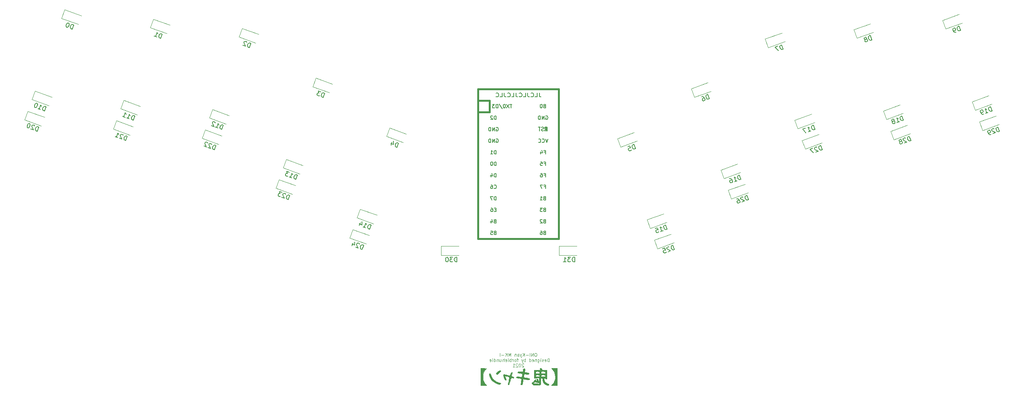
<source format=gbo>
G04 #@! TF.GenerationSoftware,KiCad,Pcbnew,(5.1.4)-1*
G04 #@! TF.CreationDate,2021-01-14T16:11:29-07:00*
G04 #@! TF.ProjectId,ONI-Kyan MKI,4f4e492d-4b79-4616-9e20-4d4b492e6b69,rev?*
G04 #@! TF.SameCoordinates,Original*
G04 #@! TF.FileFunction,Legend,Bot*
G04 #@! TF.FilePolarity,Positive*
%FSLAX46Y46*%
G04 Gerber Fmt 4.6, Leading zero omitted, Abs format (unit mm)*
G04 Created by KiCad (PCBNEW (5.1.4)-1) date 2021-01-14 16:11:29*
%MOMM*%
%LPD*%
G04 APERTURE LIST*
%ADD10C,0.125000*%
%ADD11C,0.175000*%
%ADD12C,0.381000*%
%ADD13C,0.150000*%
%ADD14C,0.010000*%
%ADD15C,0.120000*%
G04 APERTURE END LIST*
D10*
X146775599Y-126191663D02*
X146642265Y-126191663D01*
X146575599Y-126224997D01*
X146508932Y-126291663D01*
X146475599Y-126424997D01*
X146475599Y-126658330D01*
X146508932Y-126791663D01*
X146575599Y-126858330D01*
X146642265Y-126891663D01*
X146775599Y-126891663D01*
X146842265Y-126858330D01*
X146908932Y-126791663D01*
X146942265Y-126658330D01*
X146942265Y-126424997D01*
X146908932Y-126291663D01*
X146842265Y-126224997D01*
X146775599Y-126191663D01*
X146175599Y-126891663D02*
X146175599Y-126191663D01*
X145775599Y-126891663D01*
X145775599Y-126191663D01*
X145442265Y-126891663D02*
X145442265Y-126191663D01*
X145108932Y-126624997D02*
X144575599Y-126624997D01*
X144242265Y-126891663D02*
X144242265Y-126191663D01*
X143842265Y-126891663D02*
X144142265Y-126491663D01*
X143842265Y-126191663D02*
X144242265Y-126591663D01*
X143608932Y-126424997D02*
X143442265Y-126891663D01*
X143275599Y-126424997D02*
X143442265Y-126891663D01*
X143508932Y-127058330D01*
X143542265Y-127091663D01*
X143608932Y-127124997D01*
X142708932Y-126891663D02*
X142708932Y-126524997D01*
X142742265Y-126458330D01*
X142808932Y-126424997D01*
X142942265Y-126424997D01*
X143008932Y-126458330D01*
X142708932Y-126858330D02*
X142775599Y-126891663D01*
X142942265Y-126891663D01*
X143008932Y-126858330D01*
X143042265Y-126791663D01*
X143042265Y-126724997D01*
X143008932Y-126658330D01*
X142942265Y-126624997D01*
X142775599Y-126624997D01*
X142708932Y-126591663D01*
X142375599Y-126424997D02*
X142375599Y-126891663D01*
X142375599Y-126491663D02*
X142342265Y-126458330D01*
X142275599Y-126424997D01*
X142175599Y-126424997D01*
X142108932Y-126458330D01*
X142075599Y-126524997D01*
X142075599Y-126891663D01*
X141208932Y-126891663D02*
X141208932Y-126191663D01*
X140975599Y-126691663D01*
X140742265Y-126191663D01*
X140742265Y-126891663D01*
X140408932Y-126891663D02*
X140408932Y-126191663D01*
X140008932Y-126891663D02*
X140308932Y-126491663D01*
X140008932Y-126191663D02*
X140408932Y-126591663D01*
X139708932Y-126624997D02*
X139175599Y-126624997D01*
X138842265Y-126891663D02*
X138842265Y-126191663D01*
X149692265Y-128066663D02*
X149692265Y-127366663D01*
X149525599Y-127366663D01*
X149425599Y-127399997D01*
X149358932Y-127466663D01*
X149325599Y-127533330D01*
X149292265Y-127666663D01*
X149292265Y-127766663D01*
X149325599Y-127899997D01*
X149358932Y-127966663D01*
X149425599Y-128033330D01*
X149525599Y-128066663D01*
X149692265Y-128066663D01*
X148725599Y-128033330D02*
X148792265Y-128066663D01*
X148925599Y-128066663D01*
X148992265Y-128033330D01*
X149025599Y-127966663D01*
X149025599Y-127699997D01*
X148992265Y-127633330D01*
X148925599Y-127599997D01*
X148792265Y-127599997D01*
X148725599Y-127633330D01*
X148692265Y-127699997D01*
X148692265Y-127766663D01*
X149025599Y-127833330D01*
X148425599Y-128033330D02*
X148358932Y-128066663D01*
X148225599Y-128066663D01*
X148158932Y-128033330D01*
X148125599Y-127966663D01*
X148125599Y-127933330D01*
X148158932Y-127866663D01*
X148225599Y-127833330D01*
X148325599Y-127833330D01*
X148392265Y-127799997D01*
X148425599Y-127733330D01*
X148425599Y-127699997D01*
X148392265Y-127633330D01*
X148325599Y-127599997D01*
X148225599Y-127599997D01*
X148158932Y-127633330D01*
X147825599Y-128066663D02*
X147825599Y-127599997D01*
X147825599Y-127366663D02*
X147858932Y-127399997D01*
X147825599Y-127433330D01*
X147792265Y-127399997D01*
X147825599Y-127366663D01*
X147825599Y-127433330D01*
X147192265Y-127599997D02*
X147192265Y-128166663D01*
X147225599Y-128233330D01*
X147258932Y-128266663D01*
X147325599Y-128299997D01*
X147425599Y-128299997D01*
X147492265Y-128266663D01*
X147192265Y-128033330D02*
X147258932Y-128066663D01*
X147392265Y-128066663D01*
X147458932Y-128033330D01*
X147492265Y-127999997D01*
X147525599Y-127933330D01*
X147525599Y-127733330D01*
X147492265Y-127666663D01*
X147458932Y-127633330D01*
X147392265Y-127599997D01*
X147258932Y-127599997D01*
X147192265Y-127633330D01*
X146858932Y-127599997D02*
X146858932Y-128066663D01*
X146858932Y-127666663D02*
X146825599Y-127633330D01*
X146758932Y-127599997D01*
X146658932Y-127599997D01*
X146592265Y-127633330D01*
X146558932Y-127699997D01*
X146558932Y-128066663D01*
X145958932Y-128033330D02*
X146025599Y-128066663D01*
X146158932Y-128066663D01*
X146225599Y-128033330D01*
X146258932Y-127966663D01*
X146258932Y-127699997D01*
X146225599Y-127633330D01*
X146158932Y-127599997D01*
X146025599Y-127599997D01*
X145958932Y-127633330D01*
X145925599Y-127699997D01*
X145925599Y-127766663D01*
X146258932Y-127833330D01*
X145325599Y-128066663D02*
X145325599Y-127366663D01*
X145325599Y-128033330D02*
X145392265Y-128066663D01*
X145525599Y-128066663D01*
X145592265Y-128033330D01*
X145625599Y-127999997D01*
X145658932Y-127933330D01*
X145658932Y-127733330D01*
X145625599Y-127666663D01*
X145592265Y-127633330D01*
X145525599Y-127599997D01*
X145392265Y-127599997D01*
X145325599Y-127633330D01*
X144458932Y-128066663D02*
X144458932Y-127366663D01*
X144458932Y-127633330D02*
X144392265Y-127599997D01*
X144258932Y-127599997D01*
X144192265Y-127633330D01*
X144158932Y-127666663D01*
X144125599Y-127733330D01*
X144125599Y-127933330D01*
X144158932Y-127999997D01*
X144192265Y-128033330D01*
X144258932Y-128066663D01*
X144392265Y-128066663D01*
X144458932Y-128033330D01*
X143892265Y-127599997D02*
X143725599Y-128066663D01*
X143558932Y-127599997D02*
X143725599Y-128066663D01*
X143792265Y-128233330D01*
X143825599Y-128266663D01*
X143892265Y-128299997D01*
X142858932Y-127599997D02*
X142592265Y-127599997D01*
X142758932Y-128066663D02*
X142758932Y-127466663D01*
X142725599Y-127399997D01*
X142658932Y-127366663D01*
X142592265Y-127366663D01*
X142258932Y-128066663D02*
X142325599Y-128033330D01*
X142358932Y-127999997D01*
X142392265Y-127933330D01*
X142392265Y-127733330D01*
X142358932Y-127666663D01*
X142325599Y-127633330D01*
X142258932Y-127599997D01*
X142158932Y-127599997D01*
X142092265Y-127633330D01*
X142058932Y-127666663D01*
X142025599Y-127733330D01*
X142025599Y-127933330D01*
X142058932Y-127999997D01*
X142092265Y-128033330D01*
X142158932Y-128066663D01*
X142258932Y-128066663D01*
X141725599Y-128066663D02*
X141725599Y-127599997D01*
X141725599Y-127733330D02*
X141692265Y-127666663D01*
X141658932Y-127633330D01*
X141592265Y-127599997D01*
X141525599Y-127599997D01*
X141292265Y-128066663D02*
X141292265Y-127366663D01*
X141292265Y-127633330D02*
X141225599Y-127599997D01*
X141092265Y-127599997D01*
X141025599Y-127633330D01*
X140992265Y-127666663D01*
X140958932Y-127733330D01*
X140958932Y-127933330D01*
X140992265Y-127999997D01*
X141025599Y-128033330D01*
X141092265Y-128066663D01*
X141225599Y-128066663D01*
X141292265Y-128033330D01*
X140658932Y-128066663D02*
X140658932Y-127599997D01*
X140658932Y-127366663D02*
X140692265Y-127399997D01*
X140658932Y-127433330D01*
X140625599Y-127399997D01*
X140658932Y-127366663D01*
X140658932Y-127433330D01*
X140058932Y-128033330D02*
X140125599Y-128066663D01*
X140258932Y-128066663D01*
X140325599Y-128033330D01*
X140358932Y-127966663D01*
X140358932Y-127699997D01*
X140325599Y-127633330D01*
X140258932Y-127599997D01*
X140125599Y-127599997D01*
X140058932Y-127633330D01*
X140025599Y-127699997D01*
X140025599Y-127766663D01*
X140358932Y-127833330D01*
X139725599Y-128066663D02*
X139725599Y-127366663D01*
X139425599Y-128066663D02*
X139425599Y-127699997D01*
X139458932Y-127633330D01*
X139525599Y-127599997D01*
X139625599Y-127599997D01*
X139692265Y-127633330D01*
X139725599Y-127666663D01*
X138792265Y-127599997D02*
X138792265Y-128066663D01*
X139092265Y-127599997D02*
X139092265Y-127966663D01*
X139058932Y-128033330D01*
X138992265Y-128066663D01*
X138892265Y-128066663D01*
X138825599Y-128033330D01*
X138792265Y-127999997D01*
X138458932Y-127599997D02*
X138458932Y-128066663D01*
X138458932Y-127666663D02*
X138425599Y-127633330D01*
X138358932Y-127599997D01*
X138258932Y-127599997D01*
X138192265Y-127633330D01*
X138158932Y-127699997D01*
X138158932Y-128066663D01*
X137525599Y-128066663D02*
X137525599Y-127366663D01*
X137525599Y-128033330D02*
X137592265Y-128066663D01*
X137725599Y-128066663D01*
X137792265Y-128033330D01*
X137825599Y-127999997D01*
X137858932Y-127933330D01*
X137858932Y-127733330D01*
X137825599Y-127666663D01*
X137792265Y-127633330D01*
X137725599Y-127599997D01*
X137592265Y-127599997D01*
X137525599Y-127633330D01*
X137192265Y-128066663D02*
X137192265Y-127599997D01*
X137192265Y-127366663D02*
X137225599Y-127399997D01*
X137192265Y-127433330D01*
X137158932Y-127399997D01*
X137192265Y-127366663D01*
X137192265Y-127433330D01*
X136592265Y-128033330D02*
X136658932Y-128066663D01*
X136792265Y-128066663D01*
X136858932Y-128033330D01*
X136892265Y-127966663D01*
X136892265Y-127699997D01*
X136858932Y-127633330D01*
X136792265Y-127599997D01*
X136658932Y-127599997D01*
X136592265Y-127633330D01*
X136558932Y-127699997D01*
X136558932Y-127766663D01*
X136892265Y-127833330D01*
X144075599Y-128608330D02*
X144042265Y-128574997D01*
X143975599Y-128541663D01*
X143808932Y-128541663D01*
X143742265Y-128574997D01*
X143708932Y-128608330D01*
X143675599Y-128674997D01*
X143675599Y-128741663D01*
X143708932Y-128841663D01*
X144108932Y-129241663D01*
X143675599Y-129241663D01*
X143242265Y-128541663D02*
X143175599Y-128541663D01*
X143108932Y-128574997D01*
X143075599Y-128608330D01*
X143042265Y-128674997D01*
X143008932Y-128808330D01*
X143008932Y-128974997D01*
X143042265Y-129108330D01*
X143075599Y-129174997D01*
X143108932Y-129208330D01*
X143175599Y-129241663D01*
X143242265Y-129241663D01*
X143308932Y-129208330D01*
X143342265Y-129174997D01*
X143375599Y-129108330D01*
X143408932Y-128974997D01*
X143408932Y-128808330D01*
X143375599Y-128674997D01*
X143342265Y-128608330D01*
X143308932Y-128574997D01*
X143242265Y-128541663D01*
X142742265Y-128608330D02*
X142708932Y-128574997D01*
X142642265Y-128541663D01*
X142475599Y-128541663D01*
X142408932Y-128574997D01*
X142375599Y-128608330D01*
X142342265Y-128674997D01*
X142342265Y-128741663D01*
X142375599Y-128841663D01*
X142775599Y-129241663D01*
X142342265Y-129241663D01*
X141675599Y-129241663D02*
X142075599Y-129241663D01*
X141875599Y-129241663D02*
X141875599Y-128541663D01*
X141942265Y-128641663D01*
X142008932Y-128708330D01*
X142075599Y-128741663D01*
D11*
X147519045Y-68834523D02*
X147519045Y-69441666D01*
X147566664Y-69563095D01*
X147661902Y-69644047D01*
X147804759Y-69684523D01*
X147899998Y-69684523D01*
X146566664Y-69684523D02*
X147042855Y-69684523D01*
X147042855Y-68834523D01*
X145661902Y-69603571D02*
X145709521Y-69644047D01*
X145852378Y-69684523D01*
X145947617Y-69684523D01*
X146090474Y-69644047D01*
X146185712Y-69563095D01*
X146233331Y-69482142D01*
X146280950Y-69320238D01*
X146280950Y-69198809D01*
X146233331Y-69036904D01*
X146185712Y-68955952D01*
X146090474Y-68875000D01*
X145947617Y-68834523D01*
X145852378Y-68834523D01*
X145709521Y-68875000D01*
X145661902Y-68915476D01*
X144947617Y-68834523D02*
X144947617Y-69441666D01*
X144995236Y-69563095D01*
X145090474Y-69644047D01*
X145233331Y-69684523D01*
X145328569Y-69684523D01*
X143995236Y-69684523D02*
X144471426Y-69684523D01*
X144471426Y-68834523D01*
X143090474Y-69603571D02*
X143138093Y-69644047D01*
X143280950Y-69684523D01*
X143376188Y-69684523D01*
X143519045Y-69644047D01*
X143614283Y-69563095D01*
X143661902Y-69482142D01*
X143709521Y-69320238D01*
X143709521Y-69198809D01*
X143661902Y-69036904D01*
X143614283Y-68955952D01*
X143519045Y-68875000D01*
X143376188Y-68834523D01*
X143280950Y-68834523D01*
X143138093Y-68875000D01*
X143090474Y-68915476D01*
X142376188Y-68834523D02*
X142376188Y-69441666D01*
X142423807Y-69563095D01*
X142519045Y-69644047D01*
X142661902Y-69684523D01*
X142757140Y-69684523D01*
X141423807Y-69684523D02*
X141899998Y-69684523D01*
X141899998Y-68834523D01*
X140519045Y-69603571D02*
X140566664Y-69644047D01*
X140709521Y-69684523D01*
X140804759Y-69684523D01*
X140947617Y-69644047D01*
X141042855Y-69563095D01*
X141090474Y-69482142D01*
X141138093Y-69320238D01*
X141138093Y-69198809D01*
X141090474Y-69036904D01*
X141042855Y-68955952D01*
X140947617Y-68875000D01*
X140804759Y-68834523D01*
X140709521Y-68834523D01*
X140566664Y-68875000D01*
X140519045Y-68915476D01*
X139804759Y-68834523D02*
X139804759Y-69441666D01*
X139852378Y-69563095D01*
X139947617Y-69644047D01*
X140090474Y-69684523D01*
X140185712Y-69684523D01*
X138852378Y-69684523D02*
X139328569Y-69684523D01*
X139328569Y-68834523D01*
X137947617Y-69603571D02*
X137995236Y-69644047D01*
X138138093Y-69684523D01*
X138233331Y-69684523D01*
X138376188Y-69644047D01*
X138471426Y-69563095D01*
X138519045Y-69482142D01*
X138566664Y-69320238D01*
X138566664Y-69198809D01*
X138519045Y-69036904D01*
X138471426Y-68955952D01*
X138376188Y-68875000D01*
X138233331Y-68834523D01*
X138138093Y-68834523D01*
X137995236Y-68875000D01*
X137947617Y-68915476D01*
D12*
X136525600Y-70485362D02*
X133985600Y-70485362D01*
X151765600Y-67945362D02*
X133985600Y-67945362D01*
X133985600Y-67945362D02*
X133985600Y-100965362D01*
X133985600Y-100965362D02*
X151765600Y-100965362D01*
X151765600Y-100965362D02*
X151765600Y-67945362D01*
D13*
G36*
X148720235Y-76374392D02*
G01*
X148720235Y-76474392D01*
X149220235Y-76474392D01*
X149220235Y-76374392D01*
X148720235Y-76374392D01*
G37*
X148720235Y-76374392D02*
X148720235Y-76474392D01*
X149220235Y-76474392D01*
X149220235Y-76374392D01*
X148720235Y-76374392D01*
G36*
X148720235Y-76374392D02*
G01*
X148720235Y-76674392D01*
X148820235Y-76674392D01*
X148820235Y-76374392D01*
X148720235Y-76374392D01*
G37*
X148720235Y-76374392D02*
X148720235Y-76674392D01*
X148820235Y-76674392D01*
X148820235Y-76374392D01*
X148720235Y-76374392D01*
G36*
X148720235Y-76974392D02*
G01*
X148720235Y-77174392D01*
X148820235Y-77174392D01*
X148820235Y-76974392D01*
X148720235Y-76974392D01*
G37*
X148720235Y-76974392D02*
X148720235Y-77174392D01*
X148820235Y-77174392D01*
X148820235Y-76974392D01*
X148720235Y-76974392D01*
G36*
X149120235Y-76374392D02*
G01*
X149120235Y-77174392D01*
X149220235Y-77174392D01*
X149220235Y-76374392D01*
X149120235Y-76374392D01*
G37*
X149120235Y-76374392D02*
X149120235Y-77174392D01*
X149220235Y-77174392D01*
X149220235Y-76374392D01*
X149120235Y-76374392D01*
G36*
X148920235Y-76774392D02*
G01*
X148920235Y-76874392D01*
X149020235Y-76874392D01*
X149020235Y-76774392D01*
X148920235Y-76774392D01*
G37*
X148920235Y-76774392D02*
X148920235Y-76874392D01*
X149020235Y-76874392D01*
X149020235Y-76774392D01*
X148920235Y-76774392D01*
D12*
X136525600Y-70485362D02*
X136525600Y-73025362D01*
X136525600Y-73025362D02*
X133985600Y-73025362D01*
D14*
G36*
X138651421Y-130082002D02*
G01*
X138428075Y-130236254D01*
X138151207Y-130464882D01*
X138023690Y-130647914D01*
X138037068Y-130801162D01*
X138090256Y-130868014D01*
X138173117Y-130913257D01*
X138282631Y-130880893D01*
X138452608Y-130754212D01*
X138618669Y-130606866D01*
X138861282Y-130358837D01*
X138977035Y-130176808D01*
X138981160Y-130105270D01*
X138919448Y-130006965D01*
X138820222Y-129996679D01*
X138651421Y-130082002D01*
X138651421Y-130082002D01*
G37*
X138651421Y-130082002D02*
X138428075Y-130236254D01*
X138151207Y-130464882D01*
X138023690Y-130647914D01*
X138037068Y-130801162D01*
X138090256Y-130868014D01*
X138173117Y-130913257D01*
X138282631Y-130880893D01*
X138452608Y-130754212D01*
X138618669Y-130606866D01*
X138861282Y-130358837D01*
X138977035Y-130176808D01*
X138981160Y-130105270D01*
X138919448Y-130006965D01*
X138820222Y-129996679D01*
X138651421Y-130082002D01*
G36*
X136525596Y-130679814D02*
G01*
X136447196Y-130750598D01*
X136423534Y-130839755D01*
X136457094Y-130992703D01*
X136550355Y-131254861D01*
X136558155Y-131275727D01*
X136830730Y-131851448D01*
X137178972Y-132296440D01*
X137630026Y-132642207D01*
X137830422Y-132752318D01*
X138293842Y-132965918D01*
X138632011Y-133074546D01*
X138851471Y-133079557D01*
X138957483Y-132985741D01*
X139003883Y-132854334D01*
X139012001Y-132821663D01*
X138939158Y-132786926D01*
X138755245Y-132724797D01*
X138652167Y-132693447D01*
X138027592Y-132451290D01*
X137538565Y-132125091D01*
X137164391Y-131696095D01*
X136884377Y-131145543D01*
X136853484Y-131063159D01*
X136750970Y-130796423D01*
X136675958Y-130663486D01*
X136604815Y-130636720D01*
X136525596Y-130679814D01*
X136525596Y-130679814D01*
G37*
X136525596Y-130679814D02*
X136447196Y-130750598D01*
X136423534Y-130839755D01*
X136457094Y-130992703D01*
X136550355Y-131254861D01*
X136558155Y-131275727D01*
X136830730Y-131851448D01*
X137178972Y-132296440D01*
X137630026Y-132642207D01*
X137830422Y-132752318D01*
X138293842Y-132965918D01*
X138632011Y-133074546D01*
X138851471Y-133079557D01*
X138957483Y-132985741D01*
X139003883Y-132854334D01*
X139012001Y-132821663D01*
X138939158Y-132786926D01*
X138755245Y-132724797D01*
X138652167Y-132693447D01*
X138027592Y-132451290D01*
X137538565Y-132125091D01*
X137164391Y-131696095D01*
X136884377Y-131145543D01*
X136853484Y-131063159D01*
X136750970Y-130796423D01*
X136675958Y-130663486D01*
X136604815Y-130636720D01*
X136525596Y-130679814D01*
G36*
X141423881Y-130414971D02*
G01*
X141293834Y-130522268D01*
X141176862Y-130778892D01*
X141157842Y-130840493D01*
X141042488Y-131236467D01*
X140472014Y-131073326D01*
X140165354Y-130991099D01*
X139910238Y-130932480D01*
X139762162Y-130910186D01*
X139612228Y-130973295D01*
X139573156Y-131157938D01*
X139645598Y-131457088D01*
X139698908Y-131591009D01*
X139873705Y-131938255D01*
X140029709Y-132126473D01*
X140163597Y-132152150D01*
X140203170Y-132123549D01*
X140217064Y-131991622D01*
X140118028Y-131743026D01*
X140065343Y-131644538D01*
X139943946Y-131415433D01*
X139905554Y-131296142D01*
X139943683Y-131252719D01*
X139989773Y-131248852D01*
X140171804Y-131272917D01*
X140423130Y-131332247D01*
X140675112Y-131407547D01*
X140859111Y-131479520D01*
X140900536Y-131504894D01*
X140909810Y-131606495D01*
X140879929Y-131833400D01*
X140816917Y-132147723D01*
X140761390Y-132379621D01*
X140669095Y-132751758D01*
X140618790Y-132989946D01*
X140608339Y-133123721D01*
X140635606Y-133182617D01*
X140698453Y-133196168D01*
X140702321Y-133196186D01*
X140786391Y-133158235D01*
X140866725Y-133027148D01*
X140955284Y-132777068D01*
X141044982Y-132455352D01*
X141136868Y-132120067D01*
X141218552Y-131848665D01*
X141277410Y-131681995D01*
X141293263Y-131651838D01*
X141403395Y-131629728D01*
X141597630Y-131661115D01*
X141612798Y-131665340D01*
X141811953Y-131701548D01*
X141908687Y-131652725D01*
X141925266Y-131619477D01*
X141889449Y-131510899D01*
X141743005Y-131406921D01*
X141542090Y-131341421D01*
X141451239Y-131333519D01*
X141403917Y-131290686D01*
X141403947Y-131147231D01*
X141453378Y-130880717D01*
X141516857Y-130615349D01*
X141540620Y-130453298D01*
X141482108Y-130407976D01*
X141423881Y-130414971D01*
X141423881Y-130414971D01*
G37*
X141423881Y-130414971D02*
X141293834Y-130522268D01*
X141176862Y-130778892D01*
X141157842Y-130840493D01*
X141042488Y-131236467D01*
X140472014Y-131073326D01*
X140165354Y-130991099D01*
X139910238Y-130932480D01*
X139762162Y-130910186D01*
X139612228Y-130973295D01*
X139573156Y-131157938D01*
X139645598Y-131457088D01*
X139698908Y-131591009D01*
X139873705Y-131938255D01*
X140029709Y-132126473D01*
X140163597Y-132152150D01*
X140203170Y-132123549D01*
X140217064Y-131991622D01*
X140118028Y-131743026D01*
X140065343Y-131644538D01*
X139943946Y-131415433D01*
X139905554Y-131296142D01*
X139943683Y-131252719D01*
X139989773Y-131248852D01*
X140171804Y-131272917D01*
X140423130Y-131332247D01*
X140675112Y-131407547D01*
X140859111Y-131479520D01*
X140900536Y-131504894D01*
X140909810Y-131606495D01*
X140879929Y-131833400D01*
X140816917Y-132147723D01*
X140761390Y-132379621D01*
X140669095Y-132751758D01*
X140618790Y-132989946D01*
X140608339Y-133123721D01*
X140635606Y-133182617D01*
X140698453Y-133196168D01*
X140702321Y-133196186D01*
X140786391Y-133158235D01*
X140866725Y-133027148D01*
X140955284Y-132777068D01*
X141044982Y-132455352D01*
X141136868Y-132120067D01*
X141218552Y-131848665D01*
X141277410Y-131681995D01*
X141293263Y-131651838D01*
X141403395Y-131629728D01*
X141597630Y-131661115D01*
X141612798Y-131665340D01*
X141811953Y-131701548D01*
X141908687Y-131652725D01*
X141925266Y-131619477D01*
X141889449Y-131510899D01*
X141743005Y-131406921D01*
X141542090Y-131341421D01*
X141451239Y-131333519D01*
X141403917Y-131290686D01*
X141403947Y-131147231D01*
X141453378Y-130880717D01*
X141516857Y-130615349D01*
X141540620Y-130453298D01*
X141482108Y-130407976D01*
X141423881Y-130414971D01*
G36*
X144023009Y-129709664D02*
G01*
X143936611Y-129921620D01*
X143922667Y-130119516D01*
X143915414Y-130233052D01*
X143868037Y-130291238D01*
X143742115Y-130305063D01*
X143499225Y-130285517D01*
X143384671Y-130273382D01*
X143085943Y-130247630D01*
X142913060Y-130254958D01*
X142824671Y-130301629D01*
X142790011Y-130363428D01*
X142755958Y-130455369D01*
X142764422Y-130511409D01*
X142848286Y-130548596D01*
X143040430Y-130583979D01*
X143287667Y-130621450D01*
X143567976Y-130669408D01*
X143717289Y-130719364D01*
X143772739Y-130793461D01*
X143771875Y-130910186D01*
X143731301Y-131216649D01*
X143678814Y-131386996D01*
X143588307Y-131453844D01*
X143433672Y-131449813D01*
X143350901Y-131436171D01*
X142910690Y-131380605D01*
X142603989Y-131391042D01*
X142440478Y-131466662D01*
X142417295Y-131515183D01*
X142434233Y-131599121D01*
X142546859Y-131656219D01*
X142787270Y-131699952D01*
X142886509Y-131712179D01*
X143238026Y-131759186D01*
X143448742Y-131822045D01*
X143546336Y-131933636D01*
X143558482Y-132126837D01*
X143512856Y-132434525D01*
X143509723Y-132452538D01*
X143450438Y-132805925D01*
X143424670Y-133024884D01*
X143435229Y-133141515D01*
X143484926Y-133187915D01*
X143574822Y-133196186D01*
X143725013Y-133121243D01*
X143781755Y-133005686D01*
X143819603Y-132812473D01*
X143864254Y-132530955D01*
X143887603Y-132362430D01*
X143946673Y-131909674D01*
X144421504Y-131974393D01*
X144823432Y-132024274D01*
X145087927Y-132041688D01*
X145244112Y-132024709D01*
X145321109Y-131971410D01*
X145343095Y-131913442D01*
X145326630Y-131834466D01*
X145220928Y-131772261D01*
X144996613Y-131714749D01*
X144752753Y-131670726D01*
X144445705Y-131616708D01*
X144207663Y-131569441D01*
X144084786Y-131538179D01*
X144079722Y-131535800D01*
X144070026Y-131448398D01*
X144088445Y-131262084D01*
X144124384Y-131042793D01*
X144167248Y-130856460D01*
X144202474Y-130771923D01*
X144287379Y-130776888D01*
X144488782Y-130806653D01*
X144675907Y-130839096D01*
X144959709Y-130880127D01*
X145122079Y-130871176D01*
X145203777Y-130810442D01*
X145264723Y-130681494D01*
X145222464Y-130604355D01*
X145050400Y-130553007D01*
X144917501Y-130530443D01*
X144583233Y-130475183D01*
X144385390Y-130420544D01*
X144293146Y-130340666D01*
X144275676Y-130209690D01*
X144300495Y-130012827D01*
X144326821Y-129781770D01*
X144305239Y-129672477D01*
X144222837Y-129641030D01*
X144190914Y-129640185D01*
X144023009Y-129709664D01*
X144023009Y-129709664D01*
G37*
X144023009Y-129709664D02*
X143936611Y-129921620D01*
X143922667Y-130119516D01*
X143915414Y-130233052D01*
X143868037Y-130291238D01*
X143742115Y-130305063D01*
X143499225Y-130285517D01*
X143384671Y-130273382D01*
X143085943Y-130247630D01*
X142913060Y-130254958D01*
X142824671Y-130301629D01*
X142790011Y-130363428D01*
X142755958Y-130455369D01*
X142764422Y-130511409D01*
X142848286Y-130548596D01*
X143040430Y-130583979D01*
X143287667Y-130621450D01*
X143567976Y-130669408D01*
X143717289Y-130719364D01*
X143772739Y-130793461D01*
X143771875Y-130910186D01*
X143731301Y-131216649D01*
X143678814Y-131386996D01*
X143588307Y-131453844D01*
X143433672Y-131449813D01*
X143350901Y-131436171D01*
X142910690Y-131380605D01*
X142603989Y-131391042D01*
X142440478Y-131466662D01*
X142417295Y-131515183D01*
X142434233Y-131599121D01*
X142546859Y-131656219D01*
X142787270Y-131699952D01*
X142886509Y-131712179D01*
X143238026Y-131759186D01*
X143448742Y-131822045D01*
X143546336Y-131933636D01*
X143558482Y-132126837D01*
X143512856Y-132434525D01*
X143509723Y-132452538D01*
X143450438Y-132805925D01*
X143424670Y-133024884D01*
X143435229Y-133141515D01*
X143484926Y-133187915D01*
X143574822Y-133196186D01*
X143725013Y-133121243D01*
X143781755Y-133005686D01*
X143819603Y-132812473D01*
X143864254Y-132530955D01*
X143887603Y-132362430D01*
X143946673Y-131909674D01*
X144421504Y-131974393D01*
X144823432Y-132024274D01*
X145087927Y-132041688D01*
X145244112Y-132024709D01*
X145321109Y-131971410D01*
X145343095Y-131913442D01*
X145326630Y-131834466D01*
X145220928Y-131772261D01*
X144996613Y-131714749D01*
X144752753Y-131670726D01*
X144445705Y-131616708D01*
X144207663Y-131569441D01*
X144084786Y-131538179D01*
X144079722Y-131535800D01*
X144070026Y-131448398D01*
X144088445Y-131262084D01*
X144124384Y-131042793D01*
X144167248Y-130856460D01*
X144202474Y-130771923D01*
X144287379Y-130776888D01*
X144488782Y-130806653D01*
X144675907Y-130839096D01*
X144959709Y-130880127D01*
X145122079Y-130871176D01*
X145203777Y-130810442D01*
X145264723Y-130681494D01*
X145222464Y-130604355D01*
X145050400Y-130553007D01*
X144917501Y-130530443D01*
X144583233Y-130475183D01*
X144385390Y-130420544D01*
X144293146Y-130340666D01*
X144275676Y-130209690D01*
X144300495Y-130012827D01*
X144326821Y-129781770D01*
X144305239Y-129672477D01*
X144222837Y-129641030D01*
X144190914Y-129640185D01*
X144023009Y-129709664D01*
G36*
X134609334Y-133365519D02*
G01*
X135244334Y-133365519D01*
X135547855Y-133356759D01*
X135772386Y-133333589D01*
X135876558Y-133300668D01*
X135879334Y-133293974D01*
X135822612Y-133190403D01*
X135701226Y-133061244D01*
X135552709Y-132892114D01*
X135378874Y-132646729D01*
X135300131Y-132519560D01*
X135182230Y-132292165D01*
X135114234Y-132071520D01*
X135083258Y-131796676D01*
X135076390Y-131461124D01*
X135107226Y-130934587D01*
X135213420Y-130515297D01*
X135413513Y-130150985D01*
X135636306Y-129882440D01*
X135786422Y-129714564D01*
X135871850Y-129605120D01*
X135879334Y-129588898D01*
X135801571Y-129572942D01*
X135595872Y-129561138D01*
X135303624Y-129555664D01*
X135244334Y-129555519D01*
X134609334Y-129555519D01*
X134609334Y-133365519D01*
X134609334Y-133365519D01*
G37*
X134609334Y-133365519D02*
X135244334Y-133365519D01*
X135547855Y-133356759D01*
X135772386Y-133333589D01*
X135876558Y-133300668D01*
X135879334Y-133293974D01*
X135822612Y-133190403D01*
X135701226Y-133061244D01*
X135552709Y-132892114D01*
X135378874Y-132646729D01*
X135300131Y-132519560D01*
X135182230Y-132292165D01*
X135114234Y-132071520D01*
X135083258Y-131796676D01*
X135076390Y-131461124D01*
X135107226Y-130934587D01*
X135213420Y-130515297D01*
X135413513Y-130150985D01*
X135636306Y-129882440D01*
X135786422Y-129714564D01*
X135871850Y-129605120D01*
X135879334Y-129588898D01*
X135801571Y-129572942D01*
X135595872Y-129561138D01*
X135303624Y-129555664D01*
X135244334Y-129555519D01*
X134609334Y-129555519D01*
X134609334Y-133365519D01*
G36*
X147756373Y-129550972D02*
G01*
X147627178Y-129613564D01*
X147645861Y-129719450D01*
X147649243Y-129724852D01*
X147710959Y-129845047D01*
X147693792Y-129920134D01*
X147573453Y-129960501D01*
X147325648Y-129976538D01*
X147055334Y-129978852D01*
X146378001Y-129978852D01*
X146378001Y-131750481D01*
X147478667Y-131647699D01*
X147478667Y-132040942D01*
X147456220Y-132297332D01*
X147400759Y-132418857D01*
X147330104Y-132395103D01*
X147262075Y-132215657D01*
X147252845Y-132172909D01*
X147181398Y-131975551D01*
X147082610Y-131866362D01*
X147081977Y-131866116D01*
X146945773Y-131851110D01*
X146917414Y-131957951D01*
X146966203Y-132126110D01*
X147011375Y-132285525D01*
X146956517Y-132342956D01*
X146849498Y-132349519D01*
X146703476Y-132320744D01*
X146685343Y-132209029D01*
X146692135Y-132180186D01*
X146695255Y-132037821D01*
X146621429Y-132009929D01*
X146505739Y-132084003D01*
X146383268Y-132247535D01*
X146356169Y-132299950D01*
X146220547Y-132505795D01*
X146066820Y-132635237D01*
X146044154Y-132644322D01*
X145895220Y-132750797D01*
X145897771Y-132916333D01*
X146039334Y-133111519D01*
X146156658Y-133200088D01*
X146318101Y-133251911D01*
X146567547Y-133275838D01*
X146879076Y-133280852D01*
X147287652Y-133278744D01*
X147556271Y-133254475D01*
X147714240Y-133181131D01*
X147790869Y-133031797D01*
X147798884Y-132949604D01*
X147478667Y-132949604D01*
X146865732Y-132924728D01*
X146541775Y-132905491D01*
X146350583Y-132873431D01*
X146255604Y-132818020D01*
X146222145Y-132739332D01*
X146232852Y-132623226D01*
X146316763Y-132626882D01*
X146471703Y-132626489D01*
X146520888Y-132596098D01*
X146655367Y-132568335D01*
X146906921Y-132611403D01*
X146992512Y-132635450D01*
X147230718Y-132700711D01*
X147354406Y-132708109D01*
X147408964Y-132655494D01*
X147422153Y-132615087D01*
X147450278Y-132585116D01*
X147468293Y-132701097D01*
X147468846Y-132713061D01*
X147478667Y-132949604D01*
X147798884Y-132949604D01*
X147815466Y-132779560D01*
X147817334Y-132419238D01*
X147819298Y-132059704D01*
X147830639Y-131838093D01*
X147859533Y-131722999D01*
X147914156Y-131683016D01*
X148002685Y-131686738D01*
X148007834Y-131687464D01*
X148132797Y-131735458D01*
X148203798Y-131864371D01*
X148244552Y-132095519D01*
X148355359Y-132546543D01*
X148575968Y-132885666D01*
X148925974Y-133136092D01*
X149229002Y-133261232D01*
X149422575Y-133310353D01*
X149517863Y-133277382D01*
X149546502Y-133224924D01*
X149584089Y-133106801D01*
X149557140Y-133032016D01*
X149431923Y-132961729D01*
X149255082Y-132889339D01*
X148880149Y-132669889D01*
X148654453Y-132372107D01*
X148579334Y-131999434D01*
X148606245Y-131778588D01*
X148672305Y-131675318D01*
X148755507Y-131709354D01*
X148802716Y-131799186D01*
X148918178Y-131906268D01*
X149011726Y-131926186D01*
X149080713Y-131913755D01*
X149126519Y-131857471D01*
X149153833Y-131728845D01*
X149167345Y-131499390D01*
X149170935Y-131206519D01*
X148833334Y-131206519D01*
X148821246Y-131327745D01*
X148757358Y-131390866D01*
X148600230Y-131414718D01*
X148367667Y-131418186D01*
X148100970Y-131412691D01*
X147962104Y-131383651D01*
X147909630Y-131312229D01*
X147902001Y-131206519D01*
X147563334Y-131206519D01*
X147549609Y-131332141D01*
X147479564Y-131394811D01*
X147309894Y-131416180D01*
X147140001Y-131418186D01*
X146888757Y-131411323D01*
X146763417Y-131376300D01*
X146720678Y-131291466D01*
X146716667Y-131206519D01*
X146730393Y-131080897D01*
X146800438Y-131018227D01*
X146970107Y-130996857D01*
X147140001Y-130994852D01*
X147391245Y-131001715D01*
X147516585Y-131036737D01*
X147559324Y-131121572D01*
X147563334Y-131206519D01*
X147902001Y-131206519D01*
X147914089Y-131085293D01*
X147977977Y-131022172D01*
X148135105Y-130998320D01*
X148367667Y-130994852D01*
X148634365Y-131000347D01*
X148773231Y-131029387D01*
X148825705Y-131100808D01*
X148833334Y-131206519D01*
X149170935Y-131206519D01*
X149171743Y-131140618D01*
X149172001Y-130952519D01*
X149172001Y-130430408D01*
X148833334Y-130430408D01*
X148815085Y-130601838D01*
X148734945Y-130695584D01*
X148554824Y-130734293D01*
X148311223Y-130740852D01*
X148065977Y-130734769D01*
X147945632Y-130698146D01*
X147905781Y-130603419D01*
X147902001Y-130486852D01*
X147563334Y-130486852D01*
X147554085Y-130637214D01*
X147497218Y-130712194D01*
X147349053Y-130738000D01*
X147140001Y-130740852D01*
X146889398Y-130735303D01*
X146764431Y-130701183D01*
X146721421Y-130612284D01*
X146716667Y-130486852D01*
X146725916Y-130336490D01*
X146782783Y-130261510D01*
X146930948Y-130235704D01*
X147140001Y-130232852D01*
X147390604Y-130238401D01*
X147515570Y-130272522D01*
X147558581Y-130361421D01*
X147563334Y-130486852D01*
X147902001Y-130486852D01*
X147909820Y-130341645D01*
X147961065Y-130266065D01*
X148097414Y-130237379D01*
X148360546Y-130232852D01*
X148367667Y-130232852D01*
X148634817Y-130238863D01*
X148773952Y-130268550D01*
X148826275Y-130339393D01*
X148833334Y-130430408D01*
X149172001Y-130430408D01*
X149172001Y-129978852D01*
X148659914Y-129978852D01*
X148372582Y-129972929D01*
X148206206Y-129942710D01*
X148112502Y-129869524D01*
X148046080Y-129741472D01*
X147942262Y-129574375D01*
X147806475Y-129541142D01*
X147756373Y-129550972D01*
X147756373Y-129550972D01*
G37*
X147756373Y-129550972D02*
X147627178Y-129613564D01*
X147645861Y-129719450D01*
X147649243Y-129724852D01*
X147710959Y-129845047D01*
X147693792Y-129920134D01*
X147573453Y-129960501D01*
X147325648Y-129976538D01*
X147055334Y-129978852D01*
X146378001Y-129978852D01*
X146378001Y-131750481D01*
X147478667Y-131647699D01*
X147478667Y-132040942D01*
X147456220Y-132297332D01*
X147400759Y-132418857D01*
X147330104Y-132395103D01*
X147262075Y-132215657D01*
X147252845Y-132172909D01*
X147181398Y-131975551D01*
X147082610Y-131866362D01*
X147081977Y-131866116D01*
X146945773Y-131851110D01*
X146917414Y-131957951D01*
X146966203Y-132126110D01*
X147011375Y-132285525D01*
X146956517Y-132342956D01*
X146849498Y-132349519D01*
X146703476Y-132320744D01*
X146685343Y-132209029D01*
X146692135Y-132180186D01*
X146695255Y-132037821D01*
X146621429Y-132009929D01*
X146505739Y-132084003D01*
X146383268Y-132247535D01*
X146356169Y-132299950D01*
X146220547Y-132505795D01*
X146066820Y-132635237D01*
X146044154Y-132644322D01*
X145895220Y-132750797D01*
X145897771Y-132916333D01*
X146039334Y-133111519D01*
X146156658Y-133200088D01*
X146318101Y-133251911D01*
X146567547Y-133275838D01*
X146879076Y-133280852D01*
X147287652Y-133278744D01*
X147556271Y-133254475D01*
X147714240Y-133181131D01*
X147790869Y-133031797D01*
X147798884Y-132949604D01*
X147478667Y-132949604D01*
X146865732Y-132924728D01*
X146541775Y-132905491D01*
X146350583Y-132873431D01*
X146255604Y-132818020D01*
X146222145Y-132739332D01*
X146232852Y-132623226D01*
X146316763Y-132626882D01*
X146471703Y-132626489D01*
X146520888Y-132596098D01*
X146655367Y-132568335D01*
X146906921Y-132611403D01*
X146992512Y-132635450D01*
X147230718Y-132700711D01*
X147354406Y-132708109D01*
X147408964Y-132655494D01*
X147422153Y-132615087D01*
X147450278Y-132585116D01*
X147468293Y-132701097D01*
X147468846Y-132713061D01*
X147478667Y-132949604D01*
X147798884Y-132949604D01*
X147815466Y-132779560D01*
X147817334Y-132419238D01*
X147819298Y-132059704D01*
X147830639Y-131838093D01*
X147859533Y-131722999D01*
X147914156Y-131683016D01*
X148002685Y-131686738D01*
X148007834Y-131687464D01*
X148132797Y-131735458D01*
X148203798Y-131864371D01*
X148244552Y-132095519D01*
X148355359Y-132546543D01*
X148575968Y-132885666D01*
X148925974Y-133136092D01*
X149229002Y-133261232D01*
X149422575Y-133310353D01*
X149517863Y-133277382D01*
X149546502Y-133224924D01*
X149584089Y-133106801D01*
X149557140Y-133032016D01*
X149431923Y-132961729D01*
X149255082Y-132889339D01*
X148880149Y-132669889D01*
X148654453Y-132372107D01*
X148579334Y-131999434D01*
X148606245Y-131778588D01*
X148672305Y-131675318D01*
X148755507Y-131709354D01*
X148802716Y-131799186D01*
X148918178Y-131906268D01*
X149011726Y-131926186D01*
X149080713Y-131913755D01*
X149126519Y-131857471D01*
X149153833Y-131728845D01*
X149167345Y-131499390D01*
X149170935Y-131206519D01*
X148833334Y-131206519D01*
X148821246Y-131327745D01*
X148757358Y-131390866D01*
X148600230Y-131414718D01*
X148367667Y-131418186D01*
X148100970Y-131412691D01*
X147962104Y-131383651D01*
X147909630Y-131312229D01*
X147902001Y-131206519D01*
X147563334Y-131206519D01*
X147549609Y-131332141D01*
X147479564Y-131394811D01*
X147309894Y-131416180D01*
X147140001Y-131418186D01*
X146888757Y-131411323D01*
X146763417Y-131376300D01*
X146720678Y-131291466D01*
X146716667Y-131206519D01*
X146730393Y-131080897D01*
X146800438Y-131018227D01*
X146970107Y-130996857D01*
X147140001Y-130994852D01*
X147391245Y-131001715D01*
X147516585Y-131036737D01*
X147559324Y-131121572D01*
X147563334Y-131206519D01*
X147902001Y-131206519D01*
X147914089Y-131085293D01*
X147977977Y-131022172D01*
X148135105Y-130998320D01*
X148367667Y-130994852D01*
X148634365Y-131000347D01*
X148773231Y-131029387D01*
X148825705Y-131100808D01*
X148833334Y-131206519D01*
X149170935Y-131206519D01*
X149171743Y-131140618D01*
X149172001Y-130952519D01*
X149172001Y-130430408D01*
X148833334Y-130430408D01*
X148815085Y-130601838D01*
X148734945Y-130695584D01*
X148554824Y-130734293D01*
X148311223Y-130740852D01*
X148065977Y-130734769D01*
X147945632Y-130698146D01*
X147905781Y-130603419D01*
X147902001Y-130486852D01*
X147563334Y-130486852D01*
X147554085Y-130637214D01*
X147497218Y-130712194D01*
X147349053Y-130738000D01*
X147140001Y-130740852D01*
X146889398Y-130735303D01*
X146764431Y-130701183D01*
X146721421Y-130612284D01*
X146716667Y-130486852D01*
X146725916Y-130336490D01*
X146782783Y-130261510D01*
X146930948Y-130235704D01*
X147140001Y-130232852D01*
X147390604Y-130238401D01*
X147515570Y-130272522D01*
X147558581Y-130361421D01*
X147563334Y-130486852D01*
X147902001Y-130486852D01*
X147909820Y-130341645D01*
X147961065Y-130266065D01*
X148097414Y-130237379D01*
X148360546Y-130232852D01*
X148367667Y-130232852D01*
X148634817Y-130238863D01*
X148773952Y-130268550D01*
X148826275Y-130339393D01*
X148833334Y-130430408D01*
X149172001Y-130430408D01*
X149172001Y-129978852D01*
X148659914Y-129978852D01*
X148372582Y-129972929D01*
X148206206Y-129942710D01*
X148112502Y-129869524D01*
X148046080Y-129741472D01*
X147942262Y-129574375D01*
X147806475Y-129541142D01*
X147756373Y-129550972D01*
G36*
X150420602Y-129830686D02*
G01*
X150771745Y-130312788D01*
X150977747Y-130873328D01*
X151032336Y-131375852D01*
X150999326Y-131913315D01*
X150886240Y-132341839D01*
X150676969Y-132709269D01*
X150520240Y-132897018D01*
X150340834Y-133100264D01*
X150220199Y-133253419D01*
X150188001Y-133311487D01*
X150265756Y-133337315D01*
X150471434Y-133356421D01*
X150763657Y-133365283D01*
X150823001Y-133365519D01*
X151458001Y-133365519D01*
X151458001Y-129555519D01*
X150154783Y-129555519D01*
X150420602Y-129830686D01*
X150420602Y-129830686D01*
G37*
X150420602Y-129830686D02*
X150771745Y-130312788D01*
X150977747Y-130873328D01*
X151032336Y-131375852D01*
X150999326Y-131913315D01*
X150886240Y-132341839D01*
X150676969Y-132709269D01*
X150520240Y-132897018D01*
X150340834Y-133100264D01*
X150220199Y-133253419D01*
X150188001Y-133311487D01*
X150265756Y-133337315D01*
X150471434Y-133356421D01*
X150763657Y-133365283D01*
X150823001Y-133365519D01*
X151458001Y-133365519D01*
X151458001Y-129555519D01*
X150154783Y-129555519D01*
X150420602Y-129830686D01*
D15*
X151859998Y-104589999D02*
X151859998Y-102589999D01*
X151859998Y-102589999D02*
X155759998Y-102589999D01*
X151859998Y-104589999D02*
X155759998Y-104589999D01*
X125900000Y-104600000D02*
X129800000Y-104600000D01*
X125900000Y-102600000D02*
X129800000Y-102600000D01*
X125900000Y-104600000D02*
X125900000Y-102600000D01*
X245166477Y-77083529D02*
X244482436Y-75204144D01*
X244482436Y-75204144D02*
X248147238Y-73870265D01*
X245166477Y-77083529D02*
X248831278Y-75749650D01*
X225636380Y-79123734D02*
X224952339Y-77244349D01*
X224952339Y-77244349D02*
X228617141Y-75910470D01*
X225636380Y-79123734D02*
X229301181Y-77789855D01*
X206106286Y-81163940D02*
X205422245Y-79284555D01*
X205422245Y-79284555D02*
X209087047Y-77950676D01*
X206106286Y-81163940D02*
X209771087Y-79830061D01*
X189833942Y-92154757D02*
X189149901Y-90275372D01*
X189149901Y-90275372D02*
X192814703Y-88941493D01*
X189833942Y-92154757D02*
X193498743Y-90820878D01*
X173561599Y-103145573D02*
X172877558Y-101266188D01*
X172877558Y-101266188D02*
X176542360Y-99932309D01*
X173561599Y-103145573D02*
X177226400Y-101811694D01*
X105723332Y-100792044D02*
X109388134Y-102125923D01*
X106407373Y-98912659D02*
X110072174Y-100246538D01*
X105723332Y-100792044D02*
X106407373Y-98912659D01*
X89450990Y-89801227D02*
X93115792Y-91135106D01*
X90135031Y-87921842D02*
X93799832Y-89255721D01*
X89450990Y-89801227D02*
X90135031Y-87921842D01*
X73178647Y-78810411D02*
X76843449Y-80144290D01*
X73862688Y-76931026D02*
X77527489Y-78264905D01*
X73178647Y-78810411D02*
X73862688Y-76931026D01*
X53648550Y-76770205D02*
X57313352Y-78104084D01*
X54332591Y-74890820D02*
X57997392Y-76224699D01*
X53648550Y-76770205D02*
X54332591Y-74890820D01*
X34118453Y-74729999D02*
X37783255Y-76063878D01*
X34802494Y-72850614D02*
X38467295Y-74184493D01*
X34118453Y-74729999D02*
X34802494Y-72850614D01*
X243537601Y-72608223D02*
X242853560Y-70728838D01*
X242853560Y-70728838D02*
X246518362Y-69394959D01*
X243537601Y-72608223D02*
X247202402Y-71274344D01*
X224007502Y-74648430D02*
X223323461Y-72769045D01*
X223323461Y-72769045D02*
X226988263Y-71435166D01*
X224007502Y-74648430D02*
X227672303Y-73314551D01*
X204477404Y-76688635D02*
X203793363Y-74809250D01*
X203793363Y-74809250D02*
X207458165Y-73475371D01*
X204477404Y-76688635D02*
X208142205Y-75354756D01*
X188205065Y-87679453D02*
X187521024Y-85800068D01*
X187521024Y-85800068D02*
X191185826Y-84466189D01*
X188205065Y-87679453D02*
X191869866Y-86345574D01*
X171932722Y-98670268D02*
X171248681Y-96790883D01*
X171248681Y-96790883D02*
X174913483Y-95457004D01*
X171932722Y-98670268D02*
X175597523Y-97336389D01*
X107352208Y-96316736D02*
X111017010Y-97650615D01*
X108036249Y-94437351D02*
X111701050Y-95771230D01*
X107352208Y-96316736D02*
X108036249Y-94437351D01*
X91079867Y-85325922D02*
X94744669Y-86659801D01*
X91763908Y-83446537D02*
X95428709Y-84780416D01*
X91079867Y-85325922D02*
X91763908Y-83446537D01*
X74807525Y-74335106D02*
X78472327Y-75668985D01*
X75491566Y-72455721D02*
X79156367Y-73789600D01*
X74807525Y-74335106D02*
X75491566Y-72455721D01*
X55277428Y-72294900D02*
X58942230Y-73628779D01*
X55961469Y-70415515D02*
X59626270Y-71749394D01*
X55277428Y-72294900D02*
X55961469Y-70415515D01*
X35747330Y-70254695D02*
X39412132Y-71588574D01*
X36431371Y-68375310D02*
X40096172Y-69709189D01*
X35747330Y-70254695D02*
X36431371Y-68375310D01*
X237022089Y-54707004D02*
X236338048Y-52827619D01*
X236338048Y-52827619D02*
X240002850Y-51493740D01*
X237022089Y-54707004D02*
X240686890Y-53373125D01*
X217491991Y-56747211D02*
X216807950Y-54867826D01*
X216807950Y-54867826D02*
X220472752Y-53533947D01*
X217491991Y-56747211D02*
X221156792Y-55413332D01*
X197961894Y-58787419D02*
X197277853Y-56908034D01*
X197277853Y-56908034D02*
X200942655Y-55574155D01*
X197961894Y-58787419D02*
X201626695Y-57453540D01*
X181689552Y-69778231D02*
X181005511Y-67898846D01*
X181005511Y-67898846D02*
X184670313Y-66564967D01*
X181689552Y-69778231D02*
X185354353Y-68444352D01*
X165417212Y-80769047D02*
X164733171Y-78889662D01*
X164733171Y-78889662D02*
X168397973Y-77555783D01*
X165417212Y-80769047D02*
X169082013Y-79435168D01*
X113867721Y-78415519D02*
X117532523Y-79749398D01*
X114551762Y-76536134D02*
X118216563Y-77870013D01*
X113867721Y-78415519D02*
X114551762Y-76536134D01*
X97595377Y-67424702D02*
X101260179Y-68758581D01*
X98279418Y-65545317D02*
X101944219Y-66879196D01*
X97595377Y-67424702D02*
X98279418Y-65545317D01*
X81323037Y-56433887D02*
X84987839Y-57767766D01*
X82007078Y-54554502D02*
X85671879Y-55888381D01*
X81323037Y-56433887D02*
X82007078Y-54554502D01*
X61792940Y-54393681D02*
X65457742Y-55727560D01*
X62476981Y-52514296D02*
X66141782Y-53848175D01*
X61792940Y-54393681D02*
X62476981Y-52514296D01*
X42262842Y-52353473D02*
X45927644Y-53687352D01*
X42946883Y-50474088D02*
X46611684Y-51807967D01*
X42262842Y-52353473D02*
X42946883Y-50474088D01*
D13*
X148448933Y-77139171D02*
X148334647Y-77177266D01*
X148144171Y-77177266D01*
X148067980Y-77139171D01*
X148029885Y-77101076D01*
X147991790Y-77024885D01*
X147991790Y-76948695D01*
X148029885Y-76872504D01*
X148067980Y-76834409D01*
X148144171Y-76796314D01*
X148296552Y-76758219D01*
X148372742Y-76720123D01*
X148410838Y-76682028D01*
X148448933Y-76605838D01*
X148448933Y-76529647D01*
X148410838Y-76453457D01*
X148372742Y-76415362D01*
X148296552Y-76377266D01*
X148106076Y-76377266D01*
X147991790Y-76415362D01*
X147763219Y-76377266D02*
X147306076Y-76377266D01*
X147534647Y-77177266D02*
X147534647Y-76377266D01*
X141494204Y-71317266D02*
X141037061Y-71317266D01*
X141265632Y-72117266D02*
X141265632Y-71317266D01*
X140846585Y-71317266D02*
X140313251Y-72117266D01*
X140313251Y-71317266D02*
X140846585Y-72117266D01*
X139856108Y-71317266D02*
X139779918Y-71317266D01*
X139703728Y-71355362D01*
X139665632Y-71393457D01*
X139627537Y-71469647D01*
X139589442Y-71622028D01*
X139589442Y-71812504D01*
X139627537Y-71964885D01*
X139665632Y-72041076D01*
X139703728Y-72079171D01*
X139779918Y-72117266D01*
X139856108Y-72117266D01*
X139932299Y-72079171D01*
X139970394Y-72041076D01*
X140008489Y-71964885D01*
X140046585Y-71812504D01*
X140046585Y-71622028D01*
X140008489Y-71469647D01*
X139970394Y-71393457D01*
X139932299Y-71355362D01*
X139856108Y-71317266D01*
X138675156Y-71279171D02*
X139360870Y-72307742D01*
X138408489Y-72117266D02*
X138408489Y-71317266D01*
X138218013Y-71317266D01*
X138103728Y-71355362D01*
X138027537Y-71431552D01*
X137989442Y-71507742D01*
X137951347Y-71660123D01*
X137951347Y-71774409D01*
X137989442Y-71926790D01*
X138027537Y-72002981D01*
X138103728Y-72079171D01*
X138218013Y-72117266D01*
X138408489Y-72117266D01*
X137684680Y-71317266D02*
X137189442Y-71317266D01*
X137456108Y-71622028D01*
X137341823Y-71622028D01*
X137265632Y-71660123D01*
X137227537Y-71698219D01*
X137189442Y-71774409D01*
X137189442Y-71964885D01*
X137227537Y-72041076D01*
X137265632Y-72079171D01*
X137341823Y-72117266D01*
X137570394Y-72117266D01*
X137646585Y-72079171D01*
X137684680Y-72041076D01*
X148660409Y-97098219D02*
X148546123Y-97136314D01*
X148508028Y-97174409D01*
X148469933Y-97250600D01*
X148469933Y-97364885D01*
X148508028Y-97441076D01*
X148546123Y-97479171D01*
X148622314Y-97517266D01*
X148927076Y-97517266D01*
X148927076Y-96717266D01*
X148660409Y-96717266D01*
X148584219Y-96755362D01*
X148546123Y-96793457D01*
X148508028Y-96869647D01*
X148508028Y-96945838D01*
X148546123Y-97022028D01*
X148584219Y-97060123D01*
X148660409Y-97098219D01*
X148927076Y-97098219D01*
X148165171Y-96793457D02*
X148127076Y-96755362D01*
X148050885Y-96717266D01*
X147860409Y-96717266D01*
X147784219Y-96755362D01*
X147746123Y-96793457D01*
X147708028Y-96869647D01*
X147708028Y-96945838D01*
X147746123Y-97060123D01*
X148203266Y-97517266D01*
X147708028Y-97517266D01*
X148603266Y-89478219D02*
X148869933Y-89478219D01*
X148869933Y-89897266D02*
X148869933Y-89097266D01*
X148488980Y-89097266D01*
X148260409Y-89097266D02*
X147727076Y-89097266D01*
X148069933Y-89897266D01*
X148603266Y-86938219D02*
X148869933Y-86938219D01*
X148869933Y-87357266D02*
X148869933Y-86557266D01*
X148488980Y-86557266D01*
X147841361Y-86557266D02*
X147993742Y-86557266D01*
X148069933Y-86595362D01*
X148108028Y-86633457D01*
X148184219Y-86747742D01*
X148222314Y-86900123D01*
X148222314Y-87204885D01*
X148184219Y-87281076D01*
X148146123Y-87319171D01*
X148069933Y-87357266D01*
X147917552Y-87357266D01*
X147841361Y-87319171D01*
X147803266Y-87281076D01*
X147765171Y-87204885D01*
X147765171Y-87014409D01*
X147803266Y-86938219D01*
X147841361Y-86900123D01*
X147917552Y-86862028D01*
X148069933Y-86862028D01*
X148146123Y-86900123D01*
X148184219Y-86938219D01*
X148222314Y-87014409D01*
X148603266Y-84398219D02*
X148869933Y-84398219D01*
X148869933Y-84817266D02*
X148869933Y-84017266D01*
X148488980Y-84017266D01*
X147803266Y-84017266D02*
X148184219Y-84017266D01*
X148222314Y-84398219D01*
X148184219Y-84360123D01*
X148108028Y-84322028D01*
X147917552Y-84322028D01*
X147841361Y-84360123D01*
X147803266Y-84398219D01*
X147765171Y-84474409D01*
X147765171Y-84664885D01*
X147803266Y-84741076D01*
X147841361Y-84779171D01*
X147917552Y-84817266D01*
X148108028Y-84817266D01*
X148184219Y-84779171D01*
X148222314Y-84741076D01*
X148660409Y-71698219D02*
X148546123Y-71736314D01*
X148508028Y-71774409D01*
X148469933Y-71850600D01*
X148469933Y-71964885D01*
X148508028Y-72041076D01*
X148546123Y-72079171D01*
X148622314Y-72117266D01*
X148927076Y-72117266D01*
X148927076Y-71317266D01*
X148660409Y-71317266D01*
X148584219Y-71355362D01*
X148546123Y-71393457D01*
X148508028Y-71469647D01*
X148508028Y-71545838D01*
X148546123Y-71622028D01*
X148584219Y-71660123D01*
X148660409Y-71698219D01*
X148927076Y-71698219D01*
X147974695Y-71317266D02*
X147898504Y-71317266D01*
X147822314Y-71355362D01*
X147784219Y-71393457D01*
X147746123Y-71469647D01*
X147708028Y-71622028D01*
X147708028Y-71812504D01*
X147746123Y-71964885D01*
X147784219Y-72041076D01*
X147822314Y-72079171D01*
X147898504Y-72117266D01*
X147974695Y-72117266D01*
X148050885Y-72079171D01*
X148088980Y-72041076D01*
X148127076Y-71964885D01*
X148165171Y-71812504D01*
X148165171Y-71622028D01*
X148127076Y-71469647D01*
X148088980Y-71393457D01*
X148050885Y-71355362D01*
X147974695Y-71317266D01*
X148946123Y-73895362D02*
X149022314Y-73857266D01*
X149136600Y-73857266D01*
X149250885Y-73895362D01*
X149327076Y-73971552D01*
X149365171Y-74047742D01*
X149403266Y-74200123D01*
X149403266Y-74314409D01*
X149365171Y-74466790D01*
X149327076Y-74542981D01*
X149250885Y-74619171D01*
X149136600Y-74657266D01*
X149060409Y-74657266D01*
X148946123Y-74619171D01*
X148908028Y-74581076D01*
X148908028Y-74314409D01*
X149060409Y-74314409D01*
X148565171Y-74657266D02*
X148565171Y-73857266D01*
X148108028Y-74657266D01*
X148108028Y-73857266D01*
X147727076Y-74657266D02*
X147727076Y-73857266D01*
X147536600Y-73857266D01*
X147422314Y-73895362D01*
X147346123Y-73971552D01*
X147308028Y-74047742D01*
X147269933Y-74200123D01*
X147269933Y-74314409D01*
X147308028Y-74466790D01*
X147346123Y-74542981D01*
X147422314Y-74619171D01*
X147536600Y-74657266D01*
X147727076Y-74657266D01*
X149403266Y-78937266D02*
X149136600Y-79737266D01*
X148869933Y-78937266D01*
X148146123Y-79661076D02*
X148184219Y-79699171D01*
X148298504Y-79737266D01*
X148374695Y-79737266D01*
X148488980Y-79699171D01*
X148565171Y-79622981D01*
X148603266Y-79546790D01*
X148641361Y-79394409D01*
X148641361Y-79280123D01*
X148603266Y-79127742D01*
X148565171Y-79051552D01*
X148488980Y-78975362D01*
X148374695Y-78937266D01*
X148298504Y-78937266D01*
X148184219Y-78975362D01*
X148146123Y-79013457D01*
X147346123Y-79661076D02*
X147384219Y-79699171D01*
X147498504Y-79737266D01*
X147574695Y-79737266D01*
X147688980Y-79699171D01*
X147765171Y-79622981D01*
X147803266Y-79546790D01*
X147841361Y-79394409D01*
X147841361Y-79280123D01*
X147803266Y-79127742D01*
X147765171Y-79051552D01*
X147688980Y-78975362D01*
X147574695Y-78937266D01*
X147498504Y-78937266D01*
X147384219Y-78975362D01*
X147346123Y-79013457D01*
X148603266Y-81858219D02*
X148869933Y-81858219D01*
X148869933Y-82277266D02*
X148869933Y-81477266D01*
X148488980Y-81477266D01*
X147841361Y-81743933D02*
X147841361Y-82277266D01*
X148031838Y-81439171D02*
X148222314Y-82010600D01*
X147727076Y-82010600D01*
X148660409Y-92018219D02*
X148546123Y-92056314D01*
X148508028Y-92094409D01*
X148469933Y-92170600D01*
X148469933Y-92284885D01*
X148508028Y-92361076D01*
X148546123Y-92399171D01*
X148622314Y-92437266D01*
X148927076Y-92437266D01*
X148927076Y-91637266D01*
X148660409Y-91637266D01*
X148584219Y-91675362D01*
X148546123Y-91713457D01*
X148508028Y-91789647D01*
X148508028Y-91865838D01*
X148546123Y-91942028D01*
X148584219Y-91980123D01*
X148660409Y-92018219D01*
X148927076Y-92018219D01*
X147708028Y-92437266D02*
X148165171Y-92437266D01*
X147936600Y-92437266D02*
X147936600Y-91637266D01*
X148012790Y-91751552D01*
X148088980Y-91827742D01*
X148165171Y-91865838D01*
X148660409Y-94558219D02*
X148546123Y-94596314D01*
X148508028Y-94634409D01*
X148469933Y-94710600D01*
X148469933Y-94824885D01*
X148508028Y-94901076D01*
X148546123Y-94939171D01*
X148622314Y-94977266D01*
X148927076Y-94977266D01*
X148927076Y-94177266D01*
X148660409Y-94177266D01*
X148584219Y-94215362D01*
X148546123Y-94253457D01*
X148508028Y-94329647D01*
X148508028Y-94405838D01*
X148546123Y-94482028D01*
X148584219Y-94520123D01*
X148660409Y-94558219D01*
X148927076Y-94558219D01*
X148203266Y-94177266D02*
X147708028Y-94177266D01*
X147974695Y-94482028D01*
X147860409Y-94482028D01*
X147784219Y-94520123D01*
X147746123Y-94558219D01*
X147708028Y-94634409D01*
X147708028Y-94824885D01*
X147746123Y-94901076D01*
X147784219Y-94939171D01*
X147860409Y-94977266D01*
X148088980Y-94977266D01*
X148165171Y-94939171D01*
X148203266Y-94901076D01*
X137738409Y-97098219D02*
X137624123Y-97136314D01*
X137586028Y-97174409D01*
X137547933Y-97250600D01*
X137547933Y-97364885D01*
X137586028Y-97441076D01*
X137624123Y-97479171D01*
X137700314Y-97517266D01*
X138005076Y-97517266D01*
X138005076Y-96717266D01*
X137738409Y-96717266D01*
X137662219Y-96755362D01*
X137624123Y-96793457D01*
X137586028Y-96869647D01*
X137586028Y-96945838D01*
X137624123Y-97022028D01*
X137662219Y-97060123D01*
X137738409Y-97098219D01*
X138005076Y-97098219D01*
X136862219Y-96983933D02*
X136862219Y-97517266D01*
X137052695Y-96679171D02*
X137243171Y-97250600D01*
X136747933Y-97250600D01*
X137966980Y-94558219D02*
X137700314Y-94558219D01*
X137586028Y-94977266D02*
X137966980Y-94977266D01*
X137966980Y-94177266D01*
X137586028Y-94177266D01*
X136900314Y-94177266D02*
X137052695Y-94177266D01*
X137128885Y-94215362D01*
X137166980Y-94253457D01*
X137243171Y-94367742D01*
X137281266Y-94520123D01*
X137281266Y-94824885D01*
X137243171Y-94901076D01*
X137205076Y-94939171D01*
X137128885Y-94977266D01*
X136976504Y-94977266D01*
X136900314Y-94939171D01*
X136862219Y-94901076D01*
X136824123Y-94824885D01*
X136824123Y-94634409D01*
X136862219Y-94558219D01*
X136900314Y-94520123D01*
X136976504Y-94482028D01*
X137128885Y-94482028D01*
X137205076Y-94520123D01*
X137243171Y-94558219D01*
X137281266Y-94634409D01*
X138005076Y-92437266D02*
X138005076Y-91637266D01*
X137814600Y-91637266D01*
X137700314Y-91675362D01*
X137624123Y-91751552D01*
X137586028Y-91827742D01*
X137547933Y-91980123D01*
X137547933Y-92094409D01*
X137586028Y-92246790D01*
X137624123Y-92322981D01*
X137700314Y-92399171D01*
X137814600Y-92437266D01*
X138005076Y-92437266D01*
X137281266Y-91637266D02*
X136747933Y-91637266D01*
X137090790Y-92437266D01*
X137547933Y-89821076D02*
X137586028Y-89859171D01*
X137700314Y-89897266D01*
X137776504Y-89897266D01*
X137890790Y-89859171D01*
X137966980Y-89782981D01*
X138005076Y-89706790D01*
X138043171Y-89554409D01*
X138043171Y-89440123D01*
X138005076Y-89287742D01*
X137966980Y-89211552D01*
X137890790Y-89135362D01*
X137776504Y-89097266D01*
X137700314Y-89097266D01*
X137586028Y-89135362D01*
X137547933Y-89173457D01*
X136862219Y-89097266D02*
X137014600Y-89097266D01*
X137090790Y-89135362D01*
X137128885Y-89173457D01*
X137205076Y-89287742D01*
X137243171Y-89440123D01*
X137243171Y-89744885D01*
X137205076Y-89821076D01*
X137166980Y-89859171D01*
X137090790Y-89897266D01*
X136938409Y-89897266D01*
X136862219Y-89859171D01*
X136824123Y-89821076D01*
X136786028Y-89744885D01*
X136786028Y-89554409D01*
X136824123Y-89478219D01*
X136862219Y-89440123D01*
X136938409Y-89402028D01*
X137090790Y-89402028D01*
X137166980Y-89440123D01*
X137205076Y-89478219D01*
X137243171Y-89554409D01*
X138005076Y-87357266D02*
X138005076Y-86557266D01*
X137814600Y-86557266D01*
X137700314Y-86595362D01*
X137624123Y-86671552D01*
X137586028Y-86747742D01*
X137547933Y-86900123D01*
X137547933Y-87014409D01*
X137586028Y-87166790D01*
X137624123Y-87242981D01*
X137700314Y-87319171D01*
X137814600Y-87357266D01*
X138005076Y-87357266D01*
X136862219Y-86823933D02*
X136862219Y-87357266D01*
X137052695Y-86519171D02*
X137243171Y-87090600D01*
X136747933Y-87090600D01*
X138024123Y-76435362D02*
X138100314Y-76397266D01*
X138214600Y-76397266D01*
X138328885Y-76435362D01*
X138405076Y-76511552D01*
X138443171Y-76587742D01*
X138481266Y-76740123D01*
X138481266Y-76854409D01*
X138443171Y-77006790D01*
X138405076Y-77082981D01*
X138328885Y-77159171D01*
X138214600Y-77197266D01*
X138138409Y-77197266D01*
X138024123Y-77159171D01*
X137986028Y-77121076D01*
X137986028Y-76854409D01*
X138138409Y-76854409D01*
X137643171Y-77197266D02*
X137643171Y-76397266D01*
X137186028Y-77197266D01*
X137186028Y-76397266D01*
X136805076Y-77197266D02*
X136805076Y-76397266D01*
X136614600Y-76397266D01*
X136500314Y-76435362D01*
X136424123Y-76511552D01*
X136386028Y-76587742D01*
X136347933Y-76740123D01*
X136347933Y-76854409D01*
X136386028Y-77006790D01*
X136424123Y-77082981D01*
X136500314Y-77159171D01*
X136614600Y-77197266D01*
X136805076Y-77197266D01*
X138024123Y-78975362D02*
X138100314Y-78937266D01*
X138214600Y-78937266D01*
X138328885Y-78975362D01*
X138405076Y-79051552D01*
X138443171Y-79127742D01*
X138481266Y-79280123D01*
X138481266Y-79394409D01*
X138443171Y-79546790D01*
X138405076Y-79622981D01*
X138328885Y-79699171D01*
X138214600Y-79737266D01*
X138138409Y-79737266D01*
X138024123Y-79699171D01*
X137986028Y-79661076D01*
X137986028Y-79394409D01*
X138138409Y-79394409D01*
X137643171Y-79737266D02*
X137643171Y-78937266D01*
X137186028Y-79737266D01*
X137186028Y-78937266D01*
X136805076Y-79737266D02*
X136805076Y-78937266D01*
X136614600Y-78937266D01*
X136500314Y-78975362D01*
X136424123Y-79051552D01*
X136386028Y-79127742D01*
X136347933Y-79280123D01*
X136347933Y-79394409D01*
X136386028Y-79546790D01*
X136424123Y-79622981D01*
X136500314Y-79699171D01*
X136614600Y-79737266D01*
X136805076Y-79737266D01*
X138005076Y-82277266D02*
X138005076Y-81477266D01*
X137814600Y-81477266D01*
X137700314Y-81515362D01*
X137624123Y-81591552D01*
X137586028Y-81667742D01*
X137547933Y-81820123D01*
X137547933Y-81934409D01*
X137586028Y-82086790D01*
X137624123Y-82162981D01*
X137700314Y-82239171D01*
X137814600Y-82277266D01*
X138005076Y-82277266D01*
X136786028Y-82277266D02*
X137243171Y-82277266D01*
X137014600Y-82277266D02*
X137014600Y-81477266D01*
X137090790Y-81591552D01*
X137166980Y-81667742D01*
X137243171Y-81705838D01*
X138005076Y-84817266D02*
X138005076Y-84017266D01*
X137814600Y-84017266D01*
X137700314Y-84055362D01*
X137624123Y-84131552D01*
X137586028Y-84207742D01*
X137547933Y-84360123D01*
X137547933Y-84474409D01*
X137586028Y-84626790D01*
X137624123Y-84702981D01*
X137700314Y-84779171D01*
X137814600Y-84817266D01*
X138005076Y-84817266D01*
X137052695Y-84017266D02*
X136976504Y-84017266D01*
X136900314Y-84055362D01*
X136862219Y-84093457D01*
X136824123Y-84169647D01*
X136786028Y-84322028D01*
X136786028Y-84512504D01*
X136824123Y-84664885D01*
X136862219Y-84741076D01*
X136900314Y-84779171D01*
X136976504Y-84817266D01*
X137052695Y-84817266D01*
X137128885Y-84779171D01*
X137166980Y-84741076D01*
X137205076Y-84664885D01*
X137243171Y-84512504D01*
X137243171Y-84322028D01*
X137205076Y-84169647D01*
X137166980Y-84093457D01*
X137128885Y-84055362D01*
X137052695Y-84017266D01*
X138005076Y-74657266D02*
X138005076Y-73857266D01*
X137814600Y-73857266D01*
X137700314Y-73895362D01*
X137624123Y-73971552D01*
X137586028Y-74047742D01*
X137547933Y-74200123D01*
X137547933Y-74314409D01*
X137586028Y-74466790D01*
X137624123Y-74542981D01*
X137700314Y-74619171D01*
X137814600Y-74657266D01*
X138005076Y-74657266D01*
X137243171Y-73933457D02*
X137205076Y-73895362D01*
X137128885Y-73857266D01*
X136938409Y-73857266D01*
X136862219Y-73895362D01*
X136824123Y-73933457D01*
X136786028Y-74009647D01*
X136786028Y-74085838D01*
X136824123Y-74200123D01*
X137281266Y-74657266D01*
X136786028Y-74657266D01*
X148660407Y-99638219D02*
X148546121Y-99676314D01*
X148508026Y-99714409D01*
X148469931Y-99790600D01*
X148469931Y-99904885D01*
X148508026Y-99981076D01*
X148546121Y-100019171D01*
X148622312Y-100057266D01*
X148927074Y-100057266D01*
X148927074Y-99257266D01*
X148660407Y-99257266D01*
X148584217Y-99295362D01*
X148546121Y-99333457D01*
X148508026Y-99409647D01*
X148508026Y-99485838D01*
X148546121Y-99562028D01*
X148584217Y-99600123D01*
X148660407Y-99638219D01*
X148927074Y-99638219D01*
X147784217Y-99257266D02*
X147936598Y-99257266D01*
X148012788Y-99295362D01*
X148050883Y-99333457D01*
X148127074Y-99447742D01*
X148165169Y-99600123D01*
X148165169Y-99904885D01*
X148127074Y-99981076D01*
X148088978Y-100019171D01*
X148012788Y-100057266D01*
X147860407Y-100057266D01*
X147784217Y-100019171D01*
X147746121Y-99981076D01*
X147708026Y-99904885D01*
X147708026Y-99714409D01*
X147746121Y-99638219D01*
X147784217Y-99600123D01*
X147860407Y-99562028D01*
X148012788Y-99562028D01*
X148088978Y-99600123D01*
X148127074Y-99638219D01*
X148165169Y-99714409D01*
X137738409Y-99638219D02*
X137624123Y-99676314D01*
X137586028Y-99714409D01*
X137547933Y-99790600D01*
X137547933Y-99904885D01*
X137586028Y-99981076D01*
X137624123Y-100019171D01*
X137700314Y-100057266D01*
X138005076Y-100057266D01*
X138005076Y-99257266D01*
X137738409Y-99257266D01*
X137662219Y-99295362D01*
X137624123Y-99333457D01*
X137586028Y-99409647D01*
X137586028Y-99485838D01*
X137624123Y-99562028D01*
X137662219Y-99600123D01*
X137738409Y-99638219D01*
X138005076Y-99638219D01*
X136824123Y-99257266D02*
X137205076Y-99257266D01*
X137243171Y-99638219D01*
X137205076Y-99600123D01*
X137128885Y-99562028D01*
X136938409Y-99562028D01*
X136862219Y-99600123D01*
X136824123Y-99638219D01*
X136786028Y-99714409D01*
X136786028Y-99904885D01*
X136824123Y-99981076D01*
X136862219Y-100019171D01*
X136938409Y-100057266D01*
X137128885Y-100057266D01*
X137205076Y-100019171D01*
X137243171Y-99981076D01*
X155324283Y-106042379D02*
X155324283Y-105042379D01*
X155086188Y-105042379D01*
X154943331Y-105089999D01*
X154848093Y-105185237D01*
X154800474Y-105280475D01*
X154752855Y-105470951D01*
X154752855Y-105613808D01*
X154800474Y-105804284D01*
X154848093Y-105899522D01*
X154943331Y-105994760D01*
X155086188Y-106042379D01*
X155324283Y-106042379D01*
X154419521Y-105042379D02*
X153800474Y-105042379D01*
X154133807Y-105423332D01*
X153990950Y-105423332D01*
X153895712Y-105470951D01*
X153848093Y-105518570D01*
X153800474Y-105613808D01*
X153800474Y-105851903D01*
X153848093Y-105947141D01*
X153895712Y-105994760D01*
X153990950Y-106042379D01*
X154276664Y-106042379D01*
X154371902Y-105994760D01*
X154419521Y-105947141D01*
X152848093Y-106042379D02*
X153419521Y-106042379D01*
X153133807Y-106042379D02*
X153133807Y-105042379D01*
X153229045Y-105185237D01*
X153324283Y-105280475D01*
X153419521Y-105328094D01*
X129364285Y-106052380D02*
X129364285Y-105052380D01*
X129126190Y-105052380D01*
X128983333Y-105100000D01*
X128888095Y-105195238D01*
X128840476Y-105290476D01*
X128792857Y-105480952D01*
X128792857Y-105623809D01*
X128840476Y-105814285D01*
X128888095Y-105909523D01*
X128983333Y-106004761D01*
X129126190Y-106052380D01*
X129364285Y-106052380D01*
X128459523Y-105052380D02*
X127840476Y-105052380D01*
X128173809Y-105433333D01*
X128030952Y-105433333D01*
X127935714Y-105480952D01*
X127888095Y-105528571D01*
X127840476Y-105623809D01*
X127840476Y-105861904D01*
X127888095Y-105957142D01*
X127935714Y-106004761D01*
X128030952Y-106052380D01*
X128316666Y-106052380D01*
X128411904Y-106004761D01*
X128459523Y-105957142D01*
X127221428Y-105052380D02*
X127126190Y-105052380D01*
X127030952Y-105100000D01*
X126983333Y-105147619D01*
X126935714Y-105242857D01*
X126888095Y-105433333D01*
X126888095Y-105671428D01*
X126935714Y-105861904D01*
X126983333Y-105957142D01*
X127030952Y-106004761D01*
X127126190Y-106052380D01*
X127221428Y-106052380D01*
X127316666Y-106004761D01*
X127364285Y-105957142D01*
X127411904Y-105861904D01*
X127459523Y-105671428D01*
X127459523Y-105433333D01*
X127411904Y-105242857D01*
X127364285Y-105147619D01*
X127316666Y-105100000D01*
X127221428Y-105052380D01*
X248918583Y-77263464D02*
X248576563Y-76323772D01*
X248352827Y-76405205D01*
X248234872Y-76498812D01*
X248177950Y-76620880D01*
X248165777Y-76726661D01*
X248186176Y-76921937D01*
X248235036Y-77056179D01*
X248344930Y-77218881D01*
X248422251Y-77292089D01*
X248544318Y-77349010D01*
X248694847Y-77344898D01*
X248918583Y-77263464D01*
X247714191Y-76739000D02*
X247653157Y-76710539D01*
X247547376Y-76698365D01*
X247323640Y-76779799D01*
X247250432Y-76857119D01*
X247221971Y-76918153D01*
X247209797Y-77023934D01*
X247242371Y-77113429D01*
X247335978Y-77231384D01*
X248068385Y-77572911D01*
X247486671Y-77784638D01*
X247039198Y-77947505D02*
X246860209Y-78012651D01*
X246754428Y-78000477D01*
X246693394Y-77972017D01*
X246555039Y-77870348D01*
X246445145Y-77707646D01*
X246314852Y-77349668D01*
X246327026Y-77243887D01*
X246355486Y-77182853D01*
X246428694Y-77105532D01*
X246607683Y-77040385D01*
X246713465Y-77052559D01*
X246774498Y-77081020D01*
X246851819Y-77154228D01*
X246933252Y-77377964D01*
X246921079Y-77483745D01*
X246892618Y-77544779D01*
X246819410Y-77622100D01*
X246640421Y-77687247D01*
X246534640Y-77675073D01*
X246473606Y-77646612D01*
X246396285Y-77573404D01*
X229388486Y-79303669D02*
X229046466Y-78363977D01*
X228822730Y-78445410D01*
X228704775Y-78539017D01*
X228647853Y-78661085D01*
X228635680Y-78766866D01*
X228656079Y-78962142D01*
X228704939Y-79096384D01*
X228814833Y-79259086D01*
X228892154Y-79332294D01*
X229014221Y-79389215D01*
X229164750Y-79385103D01*
X229388486Y-79303669D01*
X228184094Y-78779205D02*
X228123060Y-78750744D01*
X228017279Y-78738570D01*
X227793543Y-78820004D01*
X227720335Y-78897324D01*
X227691874Y-78958358D01*
X227679700Y-79064139D01*
X227712274Y-79153634D01*
X227805881Y-79271589D01*
X228538288Y-79613116D01*
X227956574Y-79824843D01*
X227224166Y-79483316D02*
X227297374Y-79405995D01*
X227325835Y-79344961D01*
X227338009Y-79239180D01*
X227321722Y-79194433D01*
X227244401Y-79121225D01*
X227183368Y-79092764D01*
X227077586Y-79080590D01*
X226898597Y-79145737D01*
X226825389Y-79223058D01*
X226796929Y-79284092D01*
X226784755Y-79389873D01*
X226801042Y-79434620D01*
X226878362Y-79507828D01*
X226939396Y-79536289D01*
X227045177Y-79548462D01*
X227224166Y-79483316D01*
X227329948Y-79495490D01*
X227390982Y-79523950D01*
X227468302Y-79597158D01*
X227533449Y-79776147D01*
X227521275Y-79881928D01*
X227492814Y-79942962D01*
X227419606Y-80020283D01*
X227240617Y-80085430D01*
X227134836Y-80073256D01*
X227073802Y-80044795D01*
X226996482Y-79971587D01*
X226931335Y-79792598D01*
X226943509Y-79686817D01*
X226971969Y-79625783D01*
X227045177Y-79548462D01*
X209858392Y-81343875D02*
X209516372Y-80404183D01*
X209292636Y-80485616D01*
X209174681Y-80579223D01*
X209117759Y-80701291D01*
X209105586Y-80807072D01*
X209125985Y-81002348D01*
X209174845Y-81136590D01*
X209284739Y-81299292D01*
X209362060Y-81372500D01*
X209484127Y-81429421D01*
X209634656Y-81425309D01*
X209858392Y-81343875D01*
X208654000Y-80819411D02*
X208592966Y-80790950D01*
X208487185Y-80778776D01*
X208263449Y-80860210D01*
X208190241Y-80937530D01*
X208161780Y-80998564D01*
X208149606Y-81104345D01*
X208182180Y-81193840D01*
X208275787Y-81311795D01*
X209008194Y-81653322D01*
X208426480Y-81865049D01*
X207771229Y-81039363D02*
X207144767Y-81267376D01*
X207889512Y-82060489D01*
X193586048Y-92334692D02*
X193244028Y-91395000D01*
X193020292Y-91476433D01*
X192902337Y-91570040D01*
X192845415Y-91692108D01*
X192833242Y-91797889D01*
X192853641Y-91993165D01*
X192902501Y-92127407D01*
X193012395Y-92290109D01*
X193089716Y-92363317D01*
X193211783Y-92420238D01*
X193362312Y-92416126D01*
X193586048Y-92334692D01*
X192381656Y-91810228D02*
X192320622Y-91781767D01*
X192214841Y-91769593D01*
X191991105Y-91851027D01*
X191917897Y-91928347D01*
X191889436Y-91989381D01*
X191877262Y-92095162D01*
X191909836Y-92184657D01*
X192003443Y-92302612D01*
X192735850Y-92644139D01*
X192154136Y-92855866D01*
X191006665Y-92209333D02*
X191185654Y-92144187D01*
X191291435Y-92156361D01*
X191352469Y-92184821D01*
X191490823Y-92286490D01*
X191600717Y-92449192D01*
X191731011Y-92807170D01*
X191718837Y-92912951D01*
X191690376Y-92973985D01*
X191617168Y-93051306D01*
X191438179Y-93116453D01*
X191332398Y-93104279D01*
X191271364Y-93075818D01*
X191194044Y-93002610D01*
X191112610Y-92778874D01*
X191124784Y-92673093D01*
X191153245Y-92612059D01*
X191226453Y-92534738D01*
X191405442Y-92469592D01*
X191511223Y-92481765D01*
X191572257Y-92510226D01*
X191649577Y-92583434D01*
X177313705Y-103325508D02*
X176971685Y-102385816D01*
X176747949Y-102467249D01*
X176629994Y-102560856D01*
X176573072Y-102682924D01*
X176560899Y-102788705D01*
X176581298Y-102983981D01*
X176630158Y-103118223D01*
X176740052Y-103280925D01*
X176817373Y-103354133D01*
X176939440Y-103411054D01*
X177089969Y-103406942D01*
X177313705Y-103325508D01*
X176109313Y-102801044D02*
X176048279Y-102772583D01*
X175942498Y-102760409D01*
X175718762Y-102841843D01*
X175645554Y-102919163D01*
X175617093Y-102980197D01*
X175604919Y-103085978D01*
X175637493Y-103175473D01*
X175731100Y-103293428D01*
X176463507Y-103634955D01*
X175881793Y-103846682D01*
X174689574Y-103216436D02*
X175137047Y-103053569D01*
X175344661Y-103484755D01*
X175283627Y-103456295D01*
X175177846Y-103444121D01*
X174954110Y-103525554D01*
X174880902Y-103602875D01*
X174852441Y-103663909D01*
X174840267Y-103769690D01*
X174921701Y-103993426D01*
X174999021Y-104066634D01*
X175060055Y-104095095D01*
X175165836Y-104107269D01*
X175389573Y-104025835D01*
X175462781Y-103948515D01*
X175491241Y-103887481D01*
X108481952Y-103341691D02*
X108823973Y-102401998D01*
X108600236Y-102320565D01*
X108449708Y-102316452D01*
X108327640Y-102373373D01*
X108250319Y-102446581D01*
X108140425Y-102609283D01*
X108091565Y-102743525D01*
X108071166Y-102938801D01*
X108083340Y-103044582D01*
X108140261Y-103166650D01*
X108258216Y-103260257D01*
X108481952Y-103341691D01*
X107896454Y-102165759D02*
X107867993Y-102104725D01*
X107794785Y-102027405D01*
X107571049Y-101945971D01*
X107465268Y-101958145D01*
X107404234Y-101986606D01*
X107326913Y-102059814D01*
X107294340Y-102149308D01*
X107290227Y-102299837D01*
X107631754Y-103032244D01*
X107050040Y-102820517D01*
X106472602Y-101900895D02*
X106244589Y-102527357D01*
X106826632Y-101624351D02*
X106806068Y-102376993D01*
X106224354Y-102165266D01*
X92209610Y-92350874D02*
X92551631Y-91411181D01*
X92327894Y-91329748D01*
X92177366Y-91325635D01*
X92055298Y-91382556D01*
X91977977Y-91455764D01*
X91868083Y-91618466D01*
X91819223Y-91752708D01*
X91798824Y-91947984D01*
X91810998Y-92053765D01*
X91867919Y-92175833D01*
X91985874Y-92269440D01*
X92209610Y-92350874D01*
X91624112Y-91174942D02*
X91595651Y-91113908D01*
X91522443Y-91036588D01*
X91298707Y-90955154D01*
X91192926Y-90967328D01*
X91131892Y-90995789D01*
X91054571Y-91068997D01*
X91021998Y-91158491D01*
X91017885Y-91309020D01*
X91359412Y-92041427D01*
X90777698Y-91829700D01*
X90806487Y-90776001D02*
X90224773Y-90564274D01*
X90407710Y-91036259D01*
X90273468Y-90987399D01*
X90167687Y-90999573D01*
X90106653Y-91028033D01*
X90029333Y-91101241D01*
X89947899Y-91324978D01*
X89960073Y-91430759D01*
X89988534Y-91491793D01*
X90061742Y-91569113D01*
X90330225Y-91666833D01*
X90436006Y-91654660D01*
X90497040Y-91626199D01*
X75937267Y-81360058D02*
X76279288Y-80420365D01*
X76055551Y-80338932D01*
X75905023Y-80334819D01*
X75782955Y-80391740D01*
X75705634Y-80464948D01*
X75595740Y-80627650D01*
X75546880Y-80761892D01*
X75526481Y-80957168D01*
X75538655Y-81062949D01*
X75595576Y-81185017D01*
X75713531Y-81278624D01*
X75937267Y-81360058D01*
X75351769Y-80184126D02*
X75323308Y-80123092D01*
X75250100Y-80045772D01*
X75026364Y-79964338D01*
X74920583Y-79976512D01*
X74859549Y-80004973D01*
X74782228Y-80078181D01*
X74749655Y-80167675D01*
X74745542Y-80318204D01*
X75087069Y-81050611D01*
X74505355Y-80838884D01*
X74456824Y-79858393D02*
X74428363Y-79797359D01*
X74355155Y-79720038D01*
X74131419Y-79638605D01*
X74025638Y-79650779D01*
X73964604Y-79679239D01*
X73887283Y-79752447D01*
X73854710Y-79841942D01*
X73850597Y-79992470D01*
X74192124Y-80724877D01*
X73610410Y-80513151D01*
X56407170Y-79319852D02*
X56749191Y-78380159D01*
X56525454Y-78298726D01*
X56374926Y-78294613D01*
X56252858Y-78351534D01*
X56175537Y-78424742D01*
X56065643Y-78587444D01*
X56016783Y-78721686D01*
X55996384Y-78916962D01*
X56008558Y-79022743D01*
X56065479Y-79144811D01*
X56183434Y-79238418D01*
X56407170Y-79319852D01*
X55821672Y-78143920D02*
X55793211Y-78082886D01*
X55720003Y-78005566D01*
X55496267Y-77924132D01*
X55390486Y-77936306D01*
X55329452Y-77964767D01*
X55252131Y-78037975D01*
X55219558Y-78127469D01*
X55215445Y-78277998D01*
X55556972Y-79010405D01*
X54975258Y-78798678D01*
X54080313Y-78472945D02*
X54617280Y-78668385D01*
X54348796Y-78570665D02*
X54690816Y-77630972D01*
X54731451Y-77797787D01*
X54788372Y-77919855D01*
X54861580Y-77997176D01*
X36877073Y-77279646D02*
X37219094Y-76339953D01*
X36995357Y-76258520D01*
X36844829Y-76254407D01*
X36722761Y-76311328D01*
X36645440Y-76384536D01*
X36535546Y-76547238D01*
X36486686Y-76681480D01*
X36466287Y-76876756D01*
X36478461Y-76982537D01*
X36535382Y-77104605D01*
X36653337Y-77198212D01*
X36877073Y-77279646D01*
X36291575Y-76103714D02*
X36263114Y-76042680D01*
X36189906Y-75965360D01*
X35966170Y-75883926D01*
X35860389Y-75896100D01*
X35799355Y-75924561D01*
X35722034Y-75997769D01*
X35689461Y-76087263D01*
X35685348Y-76237792D01*
X36026875Y-76970199D01*
X35445161Y-76758472D01*
X35205467Y-75607053D02*
X35115972Y-75574479D01*
X35010191Y-75586653D01*
X34949157Y-75615114D01*
X34871836Y-75688322D01*
X34761942Y-75851024D01*
X34680509Y-76074761D01*
X34660109Y-76270036D01*
X34672283Y-76375818D01*
X34700744Y-76436851D01*
X34773952Y-76514172D01*
X34863446Y-76546745D01*
X34969228Y-76534571D01*
X35030262Y-76506111D01*
X35107582Y-76432903D01*
X35217476Y-76270201D01*
X35298909Y-76046464D01*
X35319309Y-75851189D01*
X35307135Y-75745407D01*
X35278674Y-75684373D01*
X35205467Y-75607053D01*
X247289707Y-72788158D02*
X246947687Y-71848466D01*
X246723951Y-71929899D01*
X246605996Y-72023506D01*
X246549074Y-72145574D01*
X246536901Y-72251355D01*
X246557300Y-72446631D01*
X246606160Y-72580873D01*
X246716054Y-72743575D01*
X246793375Y-72816783D01*
X246915442Y-72873704D01*
X247065971Y-72869592D01*
X247289707Y-72788158D01*
X245857795Y-73309332D02*
X246394762Y-73113892D01*
X246126278Y-73211612D02*
X245784258Y-72271919D01*
X245922613Y-72373588D01*
X246044681Y-72430509D01*
X246150462Y-72442683D01*
X245410322Y-73472199D02*
X245231333Y-73537345D01*
X245125552Y-73525171D01*
X245064518Y-73496711D01*
X244926163Y-73395042D01*
X244816269Y-73232340D01*
X244685976Y-72874362D01*
X244698150Y-72768581D01*
X244726610Y-72707547D01*
X244799818Y-72630226D01*
X244978807Y-72565079D01*
X245084589Y-72577253D01*
X245145622Y-72605714D01*
X245222943Y-72678922D01*
X245304376Y-72902658D01*
X245292203Y-73008439D01*
X245263742Y-73069473D01*
X245190534Y-73146794D01*
X245011545Y-73211941D01*
X244905764Y-73199767D01*
X244844730Y-73171306D01*
X244767409Y-73098098D01*
X227759608Y-74828365D02*
X227417588Y-73888673D01*
X227193852Y-73970106D01*
X227075897Y-74063713D01*
X227018975Y-74185781D01*
X227006802Y-74291562D01*
X227027201Y-74486838D01*
X227076061Y-74621080D01*
X227185955Y-74783782D01*
X227263276Y-74856990D01*
X227385343Y-74913911D01*
X227535872Y-74909799D01*
X227759608Y-74828365D01*
X226327696Y-75349539D02*
X226864663Y-75154099D01*
X226596179Y-75251819D02*
X226254159Y-74312126D01*
X226392514Y-74413795D01*
X226514582Y-74470716D01*
X226620363Y-74482890D01*
X225595288Y-75008012D02*
X225668496Y-74930691D01*
X225696957Y-74869657D01*
X225709131Y-74763876D01*
X225692844Y-74719129D01*
X225615523Y-74645921D01*
X225554490Y-74617460D01*
X225448708Y-74605286D01*
X225269719Y-74670433D01*
X225196511Y-74747754D01*
X225168051Y-74808788D01*
X225155877Y-74914569D01*
X225172164Y-74959316D01*
X225249484Y-75032524D01*
X225310518Y-75060985D01*
X225416299Y-75073158D01*
X225595288Y-75008012D01*
X225701070Y-75020186D01*
X225762104Y-75048646D01*
X225839424Y-75121854D01*
X225904571Y-75300843D01*
X225892397Y-75406624D01*
X225863936Y-75467658D01*
X225790728Y-75544979D01*
X225611739Y-75610126D01*
X225505958Y-75597952D01*
X225444924Y-75569491D01*
X225367604Y-75496283D01*
X225302457Y-75317294D01*
X225314631Y-75211513D01*
X225343091Y-75150479D01*
X225416299Y-75073158D01*
X208229510Y-76868570D02*
X207887490Y-75928878D01*
X207663754Y-76010311D01*
X207545799Y-76103918D01*
X207488877Y-76225986D01*
X207476704Y-76331767D01*
X207497103Y-76527043D01*
X207545963Y-76661285D01*
X207655857Y-76823987D01*
X207733178Y-76897195D01*
X207855245Y-76954116D01*
X208005774Y-76950004D01*
X208229510Y-76868570D01*
X206797598Y-77389744D02*
X207334565Y-77194304D01*
X207066081Y-77292024D02*
X206724061Y-76352331D01*
X206862416Y-76454000D01*
X206984484Y-76510921D01*
X207090265Y-76523095D01*
X206142347Y-76564058D02*
X205515885Y-76792071D01*
X206260630Y-77585184D01*
X191957171Y-87859388D02*
X191615151Y-86919696D01*
X191391415Y-87001129D01*
X191273460Y-87094736D01*
X191216538Y-87216804D01*
X191204365Y-87322585D01*
X191224764Y-87517861D01*
X191273624Y-87652103D01*
X191383518Y-87814805D01*
X191460839Y-87888013D01*
X191582906Y-87944934D01*
X191733435Y-87940822D01*
X191957171Y-87859388D01*
X190525259Y-88380562D02*
X191062226Y-88185122D01*
X190793742Y-88282842D02*
X190451722Y-87343149D01*
X190590077Y-87444818D01*
X190712145Y-87501739D01*
X190817926Y-87513913D01*
X189377788Y-87734029D02*
X189556777Y-87668883D01*
X189662558Y-87681057D01*
X189723592Y-87709517D01*
X189861946Y-87811186D01*
X189971840Y-87973888D01*
X190102134Y-88331866D01*
X190089960Y-88437647D01*
X190061499Y-88498681D01*
X189988291Y-88576002D01*
X189809302Y-88641149D01*
X189703521Y-88628975D01*
X189642487Y-88600514D01*
X189565167Y-88527306D01*
X189483733Y-88303570D01*
X189495907Y-88197789D01*
X189524368Y-88136755D01*
X189597576Y-88059434D01*
X189776565Y-87994288D01*
X189882346Y-88006461D01*
X189943380Y-88034922D01*
X190020700Y-88108130D01*
X175684828Y-98850203D02*
X175342808Y-97910511D01*
X175119072Y-97991944D01*
X175001117Y-98085551D01*
X174944195Y-98207619D01*
X174932022Y-98313400D01*
X174952421Y-98508676D01*
X175001281Y-98642918D01*
X175111175Y-98805620D01*
X175188496Y-98878828D01*
X175310563Y-98935749D01*
X175461092Y-98931637D01*
X175684828Y-98850203D01*
X174252916Y-99371377D02*
X174789883Y-99175937D01*
X174521399Y-99273657D02*
X174179379Y-98333964D01*
X174317734Y-98435633D01*
X174439802Y-98492554D01*
X174545583Y-98504728D01*
X173060697Y-98741131D02*
X173508170Y-98578264D01*
X173715784Y-99009450D01*
X173654750Y-98980990D01*
X173548969Y-98968816D01*
X173325233Y-99050249D01*
X173252025Y-99127570D01*
X173223564Y-99188604D01*
X173211390Y-99294385D01*
X173292824Y-99518121D01*
X173370144Y-99591329D01*
X173431178Y-99619790D01*
X173536959Y-99631964D01*
X173760696Y-99550530D01*
X173833904Y-99473210D01*
X173862364Y-99412176D01*
X110110828Y-98866383D02*
X110452849Y-97926690D01*
X110229112Y-97845257D01*
X110078584Y-97841144D01*
X109956516Y-97898065D01*
X109879195Y-97971273D01*
X109769301Y-98133975D01*
X109720441Y-98268217D01*
X109700042Y-98463493D01*
X109712216Y-98569274D01*
X109769137Y-98691342D01*
X109887092Y-98784949D01*
X110110828Y-98866383D01*
X108678916Y-98345209D02*
X109215883Y-98540649D01*
X108947399Y-98442929D02*
X109289420Y-97503237D01*
X109330054Y-97670052D01*
X109386975Y-97792120D01*
X109460183Y-97869440D01*
X108101478Y-97425587D02*
X107873465Y-98052049D01*
X108455508Y-97149043D02*
X108434944Y-97901685D01*
X107853230Y-97689958D01*
X93838487Y-87875569D02*
X94180508Y-86935876D01*
X93956771Y-86854443D01*
X93806243Y-86850330D01*
X93684175Y-86907251D01*
X93606854Y-86980459D01*
X93496960Y-87143161D01*
X93448100Y-87277403D01*
X93427701Y-87472679D01*
X93439875Y-87578460D01*
X93496796Y-87700528D01*
X93614751Y-87794135D01*
X93838487Y-87875569D01*
X92406575Y-87354395D02*
X92943542Y-87549835D01*
X92675058Y-87452115D02*
X93017079Y-86512423D01*
X93057713Y-86679238D01*
X93114634Y-86801306D01*
X93187842Y-86878626D01*
X92435364Y-86300696D02*
X91853650Y-86088969D01*
X92036587Y-86560954D01*
X91902345Y-86512094D01*
X91796564Y-86524268D01*
X91735530Y-86552728D01*
X91658210Y-86625936D01*
X91576776Y-86849673D01*
X91588950Y-86955454D01*
X91617411Y-87016488D01*
X91690619Y-87093808D01*
X91959102Y-87191528D01*
X92064883Y-87179355D01*
X92125917Y-87150894D01*
X77566145Y-76884753D02*
X77908166Y-75945060D01*
X77684429Y-75863627D01*
X77533901Y-75859514D01*
X77411833Y-75916435D01*
X77334512Y-75989643D01*
X77224618Y-76152345D01*
X77175758Y-76286587D01*
X77155359Y-76481863D01*
X77167533Y-76587644D01*
X77224454Y-76709712D01*
X77342409Y-76803319D01*
X77566145Y-76884753D01*
X76134233Y-76363579D02*
X76671200Y-76559019D01*
X76402716Y-76461299D02*
X76744737Y-75521607D01*
X76785371Y-75688422D01*
X76842292Y-75810490D01*
X76915500Y-75887810D01*
X76085702Y-75383088D02*
X76057241Y-75322054D01*
X75984033Y-75244733D01*
X75760297Y-75163300D01*
X75654516Y-75175474D01*
X75593482Y-75203934D01*
X75516161Y-75277142D01*
X75483588Y-75366637D01*
X75479475Y-75517165D01*
X75821002Y-76249572D01*
X75239288Y-76037846D01*
X58036048Y-74844547D02*
X58378069Y-73904854D01*
X58154332Y-73823421D01*
X58003804Y-73819308D01*
X57881736Y-73876229D01*
X57804415Y-73949437D01*
X57694521Y-74112139D01*
X57645661Y-74246381D01*
X57625262Y-74441657D01*
X57637436Y-74547438D01*
X57694357Y-74669506D01*
X57812312Y-74763113D01*
X58036048Y-74844547D01*
X56604136Y-74323373D02*
X57141103Y-74518813D01*
X56872619Y-74421093D02*
X57214640Y-73481401D01*
X57255274Y-73648216D01*
X57312195Y-73770284D01*
X57385403Y-73847604D01*
X55709191Y-73997640D02*
X56246158Y-74193080D01*
X55977674Y-74095360D02*
X56319694Y-73155667D01*
X56360329Y-73322482D01*
X56417250Y-73444550D01*
X56490458Y-73521871D01*
X38505950Y-72804342D02*
X38847971Y-71864649D01*
X38624234Y-71783216D01*
X38473706Y-71779103D01*
X38351638Y-71836024D01*
X38274317Y-71909232D01*
X38164423Y-72071934D01*
X38115563Y-72206176D01*
X38095164Y-72401452D01*
X38107338Y-72507233D01*
X38164259Y-72629301D01*
X38282214Y-72722908D01*
X38505950Y-72804342D01*
X37074038Y-72283168D02*
X37611005Y-72478608D01*
X37342521Y-72380888D02*
X37684542Y-71441196D01*
X37725176Y-71608011D01*
X37782097Y-71730079D01*
X37855305Y-71807399D01*
X36834344Y-71131749D02*
X36744849Y-71099175D01*
X36639068Y-71111349D01*
X36578034Y-71139810D01*
X36500713Y-71213018D01*
X36390819Y-71375720D01*
X36309386Y-71599457D01*
X36288986Y-71794732D01*
X36301160Y-71900514D01*
X36329621Y-71961547D01*
X36402829Y-72038868D01*
X36492323Y-72071441D01*
X36598105Y-72059267D01*
X36659139Y-72030807D01*
X36736459Y-71957599D01*
X36846353Y-71794897D01*
X36927786Y-71571160D01*
X36948186Y-71375885D01*
X36936012Y-71270103D01*
X36907551Y-71209069D01*
X36834344Y-71131749D01*
X240326723Y-55049806D02*
X239984702Y-54110113D01*
X239760966Y-54191547D01*
X239643011Y-54285154D01*
X239586090Y-54407222D01*
X239573916Y-54513003D01*
X239594315Y-54708279D01*
X239643175Y-54842521D01*
X239753069Y-55005223D01*
X239830390Y-55078431D01*
X239952458Y-55135352D01*
X240102986Y-55131239D01*
X240326723Y-55049806D01*
X239342283Y-55408113D02*
X239163294Y-55473260D01*
X239057512Y-55461086D01*
X238996478Y-55432625D01*
X238858124Y-55330957D01*
X238748230Y-55168254D01*
X238617937Y-54810276D01*
X238630110Y-54704495D01*
X238658571Y-54643461D01*
X238731779Y-54566140D01*
X238910768Y-54500994D01*
X239016549Y-54513168D01*
X239077583Y-54541628D01*
X239154904Y-54614836D01*
X239236337Y-54838572D01*
X239224163Y-54944354D01*
X239195703Y-55005388D01*
X239122495Y-55082708D01*
X238943506Y-55147855D01*
X238837724Y-55135681D01*
X238776691Y-55107220D01*
X238699370Y-55034012D01*
X220796625Y-57090013D02*
X220454604Y-56150320D01*
X220230868Y-56231754D01*
X220112913Y-56325361D01*
X220055992Y-56447429D01*
X220043818Y-56553210D01*
X220064217Y-56748486D01*
X220113077Y-56882728D01*
X220222971Y-57045430D01*
X220300292Y-57118638D01*
X220422360Y-57175559D01*
X220572888Y-57171446D01*
X220796625Y-57090013D01*
X219527250Y-56943926D02*
X219600458Y-56866605D01*
X219628918Y-56805571D01*
X219641092Y-56699790D01*
X219624806Y-56655043D01*
X219547485Y-56581835D01*
X219486451Y-56553375D01*
X219380670Y-56541201D01*
X219201681Y-56606347D01*
X219128473Y-56683668D01*
X219100012Y-56744702D01*
X219087839Y-56850483D01*
X219104125Y-56895230D01*
X219181446Y-56968438D01*
X219242480Y-56996899D01*
X219348261Y-57009073D01*
X219527250Y-56943926D01*
X219633031Y-56956100D01*
X219694065Y-56984561D01*
X219771386Y-57057768D01*
X219836532Y-57236758D01*
X219824359Y-57342539D01*
X219795898Y-57403573D01*
X219722690Y-57480893D01*
X219543701Y-57546040D01*
X219437920Y-57533866D01*
X219376886Y-57505405D01*
X219299565Y-57432198D01*
X219234419Y-57253209D01*
X219246593Y-57147427D01*
X219275053Y-57086393D01*
X219348261Y-57009073D01*
X201266528Y-59130221D02*
X200924507Y-58190528D01*
X200700771Y-58271962D01*
X200582816Y-58365569D01*
X200525895Y-58487637D01*
X200513721Y-58593418D01*
X200534120Y-58788694D01*
X200582980Y-58922936D01*
X200692874Y-59085638D01*
X200770195Y-59158846D01*
X200892263Y-59215767D01*
X201042791Y-59211654D01*
X201266528Y-59130221D01*
X200074309Y-58499975D02*
X199447848Y-58727989D01*
X200192593Y-59521101D01*
X184994186Y-70121033D02*
X184652165Y-69181340D01*
X184428429Y-69262774D01*
X184310474Y-69356381D01*
X184253553Y-69478449D01*
X184241379Y-69584230D01*
X184261778Y-69779506D01*
X184310638Y-69913748D01*
X184420532Y-70076450D01*
X184497853Y-70149658D01*
X184619921Y-70206579D01*
X184770449Y-70202466D01*
X184994186Y-70121033D01*
X183309747Y-69669941D02*
X183488736Y-69604794D01*
X183594518Y-69616968D01*
X183655552Y-69645429D01*
X183793906Y-69747097D01*
X183903800Y-69909799D01*
X184034093Y-70267778D01*
X184021920Y-70373559D01*
X183993459Y-70434593D01*
X183920251Y-70511913D01*
X183741262Y-70577060D01*
X183635481Y-70564886D01*
X183574447Y-70536425D01*
X183497126Y-70463218D01*
X183415693Y-70239481D01*
X183427867Y-70133700D01*
X183456327Y-70072666D01*
X183529535Y-69995345D01*
X183708524Y-69930199D01*
X183814306Y-69942373D01*
X183875340Y-69970833D01*
X183952660Y-70044041D01*
X168721846Y-81111849D02*
X168379825Y-80172156D01*
X168156089Y-80253590D01*
X168038134Y-80347197D01*
X167981213Y-80469265D01*
X167969039Y-80575046D01*
X167989438Y-80770322D01*
X168038298Y-80904564D01*
X168148192Y-81067266D01*
X168225513Y-81140474D01*
X168347581Y-81197395D01*
X168498109Y-81193282D01*
X168721846Y-81111849D01*
X166992660Y-80677043D02*
X167440133Y-80514177D01*
X167647747Y-80945363D01*
X167586713Y-80916902D01*
X167480932Y-80904728D01*
X167257195Y-80986161D01*
X167183987Y-81063482D01*
X167155527Y-81124516D01*
X167143353Y-81230297D01*
X167224786Y-81454034D01*
X167302107Y-81527241D01*
X167363141Y-81555702D01*
X167468922Y-81567876D01*
X167692658Y-81486443D01*
X167765866Y-81409122D01*
X167794327Y-81348088D01*
X116178869Y-80802299D02*
X116520889Y-79862606D01*
X116297153Y-79781173D01*
X116146624Y-79777060D01*
X116024556Y-79833981D01*
X115947236Y-79907189D01*
X115837342Y-80069892D01*
X115788482Y-80204133D01*
X115768082Y-80399409D01*
X115780256Y-80505190D01*
X115837177Y-80627258D01*
X115955132Y-80720866D01*
X116178869Y-80802299D01*
X115064464Y-79687237D02*
X114836451Y-80313699D01*
X115418494Y-79410692D02*
X115397930Y-80163335D01*
X114816216Y-79951608D01*
X99906525Y-69811482D02*
X100248545Y-68871789D01*
X100024809Y-68790356D01*
X99874280Y-68786243D01*
X99752212Y-68843164D01*
X99674892Y-68916372D01*
X99564998Y-69079075D01*
X99516138Y-69213316D01*
X99495738Y-69408592D01*
X99507912Y-69514373D01*
X99564833Y-69636441D01*
X99682788Y-69730049D01*
X99906525Y-69811482D01*
X99398347Y-68562343D02*
X98816632Y-68350616D01*
X98999570Y-68822601D01*
X98865328Y-68773741D01*
X98759547Y-68785915D01*
X98698513Y-68814375D01*
X98621192Y-68887583D01*
X98539759Y-69111319D01*
X98551933Y-69217101D01*
X98580393Y-69278135D01*
X98653601Y-69355455D01*
X98922085Y-69453175D01*
X99027866Y-69441001D01*
X99088900Y-69412541D01*
X83634185Y-58820667D02*
X83976205Y-57880974D01*
X83752469Y-57799541D01*
X83601940Y-57795428D01*
X83479872Y-57852349D01*
X83402552Y-57925557D01*
X83292658Y-58088260D01*
X83243798Y-58222501D01*
X83223398Y-58417777D01*
X83235572Y-58523558D01*
X83292493Y-58645626D01*
X83410448Y-58739234D01*
X83634185Y-58820667D01*
X83048686Y-57644735D02*
X83020226Y-57583701D01*
X82947018Y-57506381D01*
X82723281Y-57424948D01*
X82617500Y-57437121D01*
X82556466Y-57465582D01*
X82479146Y-57538790D01*
X82446572Y-57628284D01*
X82442460Y-57778813D01*
X82783987Y-58511220D01*
X82202272Y-58299493D01*
X64104088Y-56780461D02*
X64446108Y-55840768D01*
X64222372Y-55759335D01*
X64071843Y-55755222D01*
X63949775Y-55812143D01*
X63872455Y-55885351D01*
X63762561Y-56048054D01*
X63713701Y-56182295D01*
X63693301Y-56377571D01*
X63705475Y-56483352D01*
X63762396Y-56605420D01*
X63880351Y-56699028D01*
X64104088Y-56780461D01*
X62672175Y-56259287D02*
X63209142Y-56454728D01*
X62940659Y-56357007D02*
X63282679Y-55417315D01*
X63323313Y-55584130D01*
X63380235Y-55706198D01*
X63453442Y-55783518D01*
X44573990Y-54740253D02*
X44916010Y-53800560D01*
X44692274Y-53719127D01*
X44541745Y-53715014D01*
X44419677Y-53771935D01*
X44342357Y-53845143D01*
X44232463Y-54007846D01*
X44183603Y-54142087D01*
X44163203Y-54337363D01*
X44175377Y-54443144D01*
X44232298Y-54565212D01*
X44350253Y-54658820D01*
X44573990Y-54740253D01*
X43797328Y-53393394D02*
X43707834Y-53360820D01*
X43602052Y-53372994D01*
X43541019Y-53401455D01*
X43463698Y-53474663D01*
X43353804Y-53637365D01*
X43272371Y-53861101D01*
X43251971Y-54056377D01*
X43264145Y-54162158D01*
X43292606Y-54223192D01*
X43365814Y-54300513D01*
X43455308Y-54333086D01*
X43561089Y-54320912D01*
X43622123Y-54292452D01*
X43699444Y-54219244D01*
X43809338Y-54056541D01*
X43890771Y-53832805D01*
X43911171Y-53637529D01*
X43898997Y-53531748D01*
X43870536Y-53470714D01*
X43797328Y-53393394D01*
M02*

</source>
